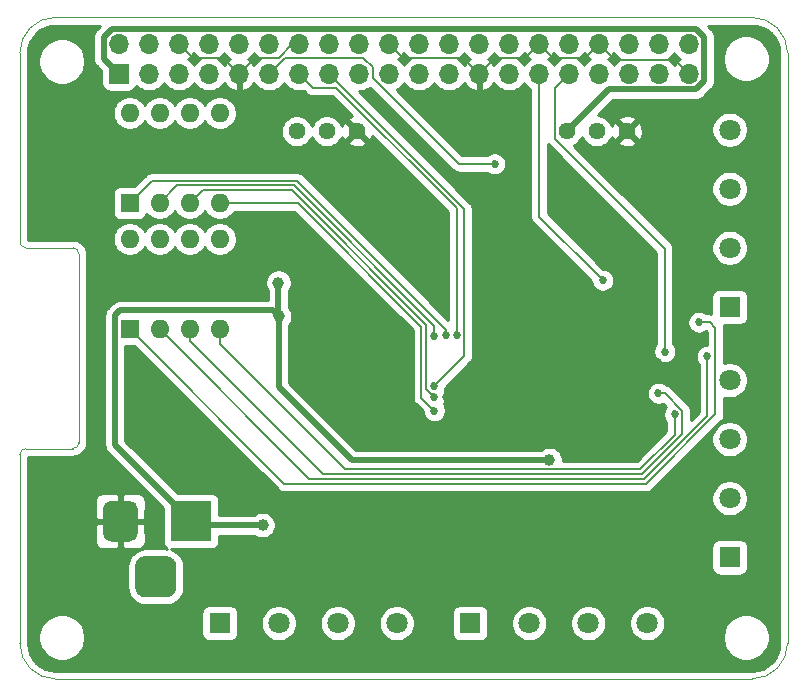
<source format=gbl>
G04 #@! TF.GenerationSoftware,KiCad,Pcbnew,(5.1.6)-1*
G04 #@! TF.CreationDate,2020-10-08T21:16:19-06:00*
G04 #@! TF.ProjectId,raspi-quad-stepper-motor-module,72617370-692d-4717-9561-642d73746570,A*
G04 #@! TF.SameCoordinates,Original*
G04 #@! TF.FileFunction,Copper,L2,Bot*
G04 #@! TF.FilePolarity,Positive*
%FSLAX46Y46*%
G04 Gerber Fmt 4.6, Leading zero omitted, Abs format (unit mm)*
G04 Created by KiCad (PCBNEW (5.1.6)-1) date 2020-10-08 21:16:19*
%MOMM*%
%LPD*%
G01*
G04 APERTURE LIST*
G04 #@! TA.AperFunction,Profile*
%ADD10C,0.100000*%
G04 #@! TD*
G04 #@! TA.AperFunction,ComponentPad*
%ADD11C,1.440000*%
G04 #@! TD*
G04 #@! TA.AperFunction,ComponentPad*
%ADD12O,1.600000X1.600000*%
G04 #@! TD*
G04 #@! TA.AperFunction,ComponentPad*
%ADD13R,1.600000X1.600000*%
G04 #@! TD*
G04 #@! TA.AperFunction,ComponentPad*
%ADD14C,1.800000*%
G04 #@! TD*
G04 #@! TA.AperFunction,ComponentPad*
%ADD15R,1.800000X1.800000*%
G04 #@! TD*
G04 #@! TA.AperFunction,ComponentPad*
%ADD16R,3.500000X3.500000*%
G04 #@! TD*
G04 #@! TA.AperFunction,ComponentPad*
%ADD17O,1.700000X1.700000*%
G04 #@! TD*
G04 #@! TA.AperFunction,ComponentPad*
%ADD18R,1.700000X1.700000*%
G04 #@! TD*
G04 #@! TA.AperFunction,ViaPad*
%ADD19C,0.685800*%
G04 #@! TD*
G04 #@! TA.AperFunction,ViaPad*
%ADD20C,1.000000*%
G04 #@! TD*
G04 #@! TA.AperFunction,Conductor*
%ADD21C,0.200000*%
G04 #@! TD*
G04 #@! TA.AperFunction,Conductor*
%ADD22C,0.500000*%
G04 #@! TD*
G04 #@! TA.AperFunction,Conductor*
%ADD23C,0.254000*%
G04 #@! TD*
G04 APERTURE END LIST*
D10*
X105600000Y-93000000D02*
G75*
G03*
X105100000Y-92500000I-500000J0D01*
G01*
X105100000Y-92500000D02*
X101100000Y-92500000D01*
X101099127Y-109500001D02*
G75*
G03*
X100600000Y-110000000I873J-499999D01*
G01*
X105100000Y-109500000D02*
G75*
G03*
X105600000Y-109000000I0J500000D01*
G01*
X100600000Y-92000000D02*
G75*
G03*
X101100000Y-92500000I500000J0D01*
G01*
X100600000Y-76000000D02*
X100600000Y-92000000D01*
X165600000Y-76000000D02*
G75*
G03*
X162600000Y-73000000I-3000000J0D01*
G01*
X162600000Y-129000000D02*
G75*
G03*
X165600000Y-126000000I0J3000000D01*
G01*
X100600000Y-126000000D02*
G75*
G03*
X103600000Y-129000000I3000000J0D01*
G01*
X103600000Y-73000000D02*
G75*
G03*
X100600000Y-76000000I0J-3000000D01*
G01*
X162600000Y-73000000D02*
X103600000Y-73000000D01*
X105100000Y-109500000D02*
X101100000Y-109500000D01*
X105600000Y-93000000D02*
X105600000Y-109000000D01*
X165600000Y-126000000D02*
X165600000Y-76000000D01*
X103600000Y-129000000D02*
X162600000Y-129000000D01*
X100600000Y-110000000D02*
X100600000Y-126000000D01*
D11*
X151992000Y-82632000D03*
X149452000Y-82632000D03*
X146912000Y-82632000D03*
X129132000Y-82632000D03*
X126592000Y-82632000D03*
X124052000Y-82632000D03*
D12*
X109896000Y-91776000D03*
X117516000Y-99396000D03*
X112436000Y-91776000D03*
X114976000Y-99396000D03*
X114976000Y-91776000D03*
X112436000Y-99396000D03*
X117516000Y-91776000D03*
D13*
X109896000Y-99396000D03*
D12*
X109896000Y-81108000D03*
X117516000Y-88728000D03*
X112436000Y-81108000D03*
X114976000Y-88728000D03*
X114976000Y-81108000D03*
X112436000Y-88728000D03*
X117516000Y-81108000D03*
D13*
X109896000Y-88728000D03*
D14*
X160696000Y-103714000D03*
X160696000Y-108714000D03*
X160696000Y-113714000D03*
D15*
X160696000Y-118714000D03*
D14*
X160696000Y-82505000D03*
X160696000Y-87505000D03*
X160696000Y-92505000D03*
D15*
X160696000Y-97505000D03*
D14*
X132516000Y-124288000D03*
X127516000Y-124288000D03*
X122516000Y-124288000D03*
D15*
X117516000Y-124288000D03*
D14*
X153725000Y-124288000D03*
X148725000Y-124288000D03*
X143725000Y-124288000D03*
D15*
X138725000Y-124288000D03*
G04 #@! TA.AperFunction,ComponentPad*
G36*
G01*
X110353000Y-121227000D02*
X110353000Y-119477000D01*
G75*
G02*
X111228000Y-118602000I875000J0D01*
G01*
X112978000Y-118602000D01*
G75*
G02*
X113853000Y-119477000I0J-875000D01*
G01*
X113853000Y-121227000D01*
G75*
G02*
X112978000Y-122102000I-875000J0D01*
G01*
X111228000Y-122102000D01*
G75*
G02*
X110353000Y-121227000I0J875000D01*
G01*
G37*
G04 #@! TD.AperFunction*
G04 #@! TA.AperFunction,ComponentPad*
G36*
G01*
X107603000Y-116652000D02*
X107603000Y-114652000D01*
G75*
G02*
X108353000Y-113902000I750000J0D01*
G01*
X109853000Y-113902000D01*
G75*
G02*
X110603000Y-114652000I0J-750000D01*
G01*
X110603000Y-116652000D01*
G75*
G02*
X109853000Y-117402000I-750000J0D01*
G01*
X108353000Y-117402000D01*
G75*
G02*
X107603000Y-116652000I0J750000D01*
G01*
G37*
G04 #@! TD.AperFunction*
D16*
X115103000Y-115652000D03*
D17*
X157260000Y-75244800D03*
X157260000Y-77784800D03*
X154720000Y-75244800D03*
X154720000Y-77784800D03*
X152180000Y-75244800D03*
X152180000Y-77784800D03*
X149640000Y-75244800D03*
X149640000Y-77784800D03*
X147100000Y-75244800D03*
X147100000Y-77784800D03*
X144560000Y-75244800D03*
X144560000Y-77784800D03*
X142020000Y-75244800D03*
X142020000Y-77784800D03*
X139480000Y-75244800D03*
X139480000Y-77784800D03*
X136940000Y-75244800D03*
X136940000Y-77784800D03*
X134400000Y-75244800D03*
X134400000Y-77784800D03*
X131860000Y-75244800D03*
X131860000Y-77784800D03*
X129320000Y-75244800D03*
X129320000Y-77784800D03*
X126780000Y-75244800D03*
X126780000Y-77784800D03*
X124240000Y-75244800D03*
X124240000Y-77784800D03*
X121700000Y-75244800D03*
X121700000Y-77784800D03*
X119160000Y-75244800D03*
X119160000Y-77784800D03*
X116620000Y-75244800D03*
X116620000Y-77784800D03*
X114080000Y-75244800D03*
X114080000Y-77784800D03*
X111540000Y-75244800D03*
X111540000Y-77784800D03*
X109000000Y-75244800D03*
D18*
X109000000Y-77784800D03*
D19*
X150688400Y-97287800D03*
X149393000Y-101478800D03*
X150688400Y-101478800D03*
X149393000Y-105517400D03*
X148072200Y-106812800D03*
X149393000Y-102698000D03*
X149393000Y-106812800D03*
X150688400Y-108108200D03*
X149393000Y-108108200D03*
X150688400Y-103968000D03*
X150688400Y-102672600D03*
X148072200Y-99878600D03*
X150688400Y-105517400D03*
X148072200Y-102698000D03*
X150688400Y-106812800D03*
X149393000Y-97287800D03*
X150688400Y-99878600D03*
X149393000Y-98583200D03*
X148072200Y-98583200D03*
X148072200Y-97287800D03*
X148072200Y-103968000D03*
X148072200Y-105517400D03*
X149393000Y-103968000D03*
X148072200Y-108108200D03*
X148072200Y-101478800D03*
X149393000Y-99878600D03*
X150688400Y-98583200D03*
X131282800Y-97313200D03*
X131282800Y-98608600D03*
X128666600Y-99904000D03*
X131282800Y-99904000D03*
X129987400Y-101504200D03*
X129987400Y-98608600D03*
X128666600Y-101504200D03*
X131282800Y-101504200D03*
X128666600Y-98608600D03*
X129987400Y-99904000D03*
X129987400Y-97313200D03*
X128666600Y-97313200D03*
X131282800Y-106838200D03*
X131282800Y-103993400D03*
X129987400Y-105542800D03*
X128666600Y-103993400D03*
X128666600Y-105542800D03*
X131282800Y-105542800D03*
X129987400Y-103993400D03*
X128666600Y-106838200D03*
X129987400Y-102723400D03*
X128666600Y-102723400D03*
X129987400Y-106838200D03*
X131282800Y-102698000D03*
X131282800Y-108133600D03*
X128666600Y-108133600D03*
X129987400Y-108133600D03*
X107559200Y-126802600D03*
X144186000Y-114204200D03*
X125136000Y-114204200D03*
X124551800Y-103510800D03*
X143805000Y-103510800D03*
X152800000Y-115000000D03*
X134500000Y-115300000D03*
X143200000Y-91700000D03*
X125500000Y-91700000D03*
X158500000Y-82200000D03*
X154600000Y-102200000D03*
X135700000Y-91400000D03*
X136657090Y-105100000D03*
D20*
X145430600Y-110470400D03*
X122545200Y-98303800D03*
X121148200Y-115982200D03*
X122494400Y-95459000D03*
D19*
X155200000Y-101300000D03*
X149943647Y-95243647D03*
X135700000Y-104200000D03*
X137601398Y-99898602D03*
X140800000Y-85400000D03*
X136685493Y-99923755D03*
X135650038Y-99950012D03*
X135700000Y-105118900D03*
X135700000Y-106300000D03*
X158100000Y-98800000D03*
X158800000Y-101700000D03*
X154674158Y-104823700D03*
X156047800Y-106617500D03*
D21*
X138090001Y-76394801D02*
X139480000Y-77784800D01*
X133010001Y-76394801D02*
X138090001Y-76394801D01*
X131860000Y-75244800D02*
X133010001Y-76394801D01*
X143409999Y-76394801D02*
X144560000Y-75244800D01*
X140869999Y-76394801D02*
X143409999Y-76394801D01*
X139480000Y-77784800D02*
X140869999Y-76394801D01*
X151029999Y-76634799D02*
X149640000Y-75244800D01*
X156109999Y-76634799D02*
X151029999Y-76634799D01*
X157260000Y-77784800D02*
X156109999Y-76634799D01*
X115230001Y-76394801D02*
X114080000Y-75244800D01*
X117770001Y-76394801D02*
X115230001Y-76394801D01*
X119160000Y-77784800D02*
X117770001Y-76394801D01*
X148489999Y-76394801D02*
X149640000Y-75244800D01*
X145710001Y-76394801D02*
X148489999Y-76394801D01*
X144560000Y-75244800D02*
X145710001Y-76394801D01*
X123674302Y-75244800D02*
X124240000Y-75244800D01*
X122510102Y-76409000D02*
X123674302Y-75244800D01*
X120535800Y-76409000D02*
X122510102Y-76409000D01*
X119160000Y-77784800D02*
X120535800Y-76409000D01*
D22*
X107699999Y-74620799D02*
X107699999Y-76484799D01*
X108375999Y-73944799D02*
X107699999Y-74620799D01*
X158560001Y-78408801D02*
X158560001Y-74620799D01*
X157884001Y-79084801D02*
X158560001Y-78408801D01*
X107699999Y-76484799D02*
X109000000Y-77784800D01*
X157884001Y-73944799D02*
X108375999Y-73944799D01*
X158560001Y-74620799D02*
X157884001Y-73944799D01*
X150459199Y-79084801D02*
X157884001Y-79084801D01*
X146912000Y-82632000D02*
X150459199Y-79084801D01*
X108645999Y-109194999D02*
X115103000Y-115652000D01*
X108645999Y-98235999D02*
X108645999Y-109194999D01*
X122045201Y-97803801D02*
X109078197Y-97803801D01*
X109078197Y-97803801D02*
X108645999Y-98235999D01*
X122545200Y-98303800D02*
X122045201Y-97803801D01*
X115433200Y-115982200D02*
X115103000Y-115652000D01*
X121148200Y-115982200D02*
X115433200Y-115982200D01*
X122494400Y-98253000D02*
X122545200Y-98303800D01*
X122494400Y-95459000D02*
X122494400Y-98253000D01*
X122545200Y-103185694D02*
X122545200Y-98303800D01*
X122545200Y-104323600D02*
X128692000Y-110470400D01*
X122545200Y-103764800D02*
X122545200Y-104323600D01*
X122545200Y-103764800D02*
X122545200Y-103185694D01*
X145430600Y-110470400D02*
X128692000Y-110470400D01*
D21*
X147550494Y-78235294D02*
X147100000Y-77784800D01*
X155200000Y-92600000D02*
X145891999Y-83291999D01*
X155200000Y-101300000D02*
X155200000Y-92600000D01*
X145891999Y-78992801D02*
X147100000Y-77784800D01*
X145891999Y-83291999D02*
X145891999Y-78992801D01*
X144560000Y-89860000D02*
X144560000Y-77784800D01*
X149700000Y-95000000D02*
X149943647Y-95243647D01*
X149700000Y-95000000D02*
X144560000Y-89860000D01*
X127172001Y-78176801D02*
X126780000Y-77784800D01*
X138244299Y-101655701D02*
X135700000Y-104200000D01*
X126780000Y-77784800D02*
X138244299Y-89249099D01*
X138244299Y-89249099D02*
X138244299Y-101655701D01*
X125390001Y-78934801D02*
X127364303Y-78934801D01*
X124240000Y-77784800D02*
X125390001Y-78934801D01*
X137601398Y-89171896D02*
X137601398Y-99898602D01*
X127364303Y-78934801D02*
X137601398Y-89171896D01*
X121700000Y-77784800D02*
X123089999Y-76394801D01*
X130470001Y-77232799D02*
X130470001Y-78096803D01*
X129632003Y-76394801D02*
X130470001Y-77232799D01*
X123089999Y-76394801D02*
X129632003Y-76394801D01*
X137773198Y-85400000D02*
X130470001Y-78096803D01*
X140800000Y-85400000D02*
X137773198Y-85400000D01*
X136685493Y-99438822D02*
X136685493Y-99923755D01*
X109896000Y-88728000D02*
X111796021Y-86827979D01*
X111796021Y-86827979D02*
X124074650Y-86827979D01*
X124074650Y-86827979D02*
X136685493Y-99438822D01*
X123774593Y-87227989D02*
X135650038Y-99103434D01*
X112436000Y-88728000D02*
X113936011Y-87227989D01*
X135650038Y-99103434D02*
X135650038Y-99950012D01*
X113936011Y-87227989D02*
X123774593Y-87227989D01*
X116076000Y-87628000D02*
X114976000Y-88728000D01*
X135007087Y-99026183D02*
X123608904Y-87628000D01*
X135700000Y-105118900D02*
X135007087Y-104425987D01*
X123608904Y-87628000D02*
X116076000Y-87628000D01*
X135007087Y-104425987D02*
X135007087Y-99026183D01*
X123859370Y-88728000D02*
X117516000Y-88728000D01*
X124143206Y-88728000D02*
X123859370Y-88728000D01*
X134607087Y-99191881D02*
X124143206Y-88728000D01*
X135700000Y-106300000D02*
X134607087Y-105207087D01*
X134607087Y-105207087D02*
X134607087Y-99191881D01*
X122970431Y-112470431D02*
X109896000Y-99396000D01*
X158100000Y-98800000D02*
X159000000Y-98800000D01*
X159000000Y-98800000D02*
X159495999Y-99295999D01*
X153636666Y-112470431D02*
X122970431Y-112470431D01*
X159495999Y-106611098D02*
X153636666Y-112470431D01*
X159495999Y-99295999D02*
X159495999Y-106611098D01*
X153470977Y-112070421D02*
X125110421Y-112070421D01*
X125110421Y-112070421D02*
X112436000Y-99396000D01*
X158800000Y-101700000D02*
X158800000Y-106741399D01*
X158800000Y-106741399D02*
X153470977Y-112070421D01*
X114976000Y-100361200D02*
X114976000Y-99396000D01*
X126285211Y-111670411D02*
X114976000Y-100361200D01*
X153305288Y-111670411D02*
X126285211Y-111670411D01*
X156690701Y-108284998D02*
X153305288Y-111670411D01*
X156690701Y-107109299D02*
X156690701Y-108284998D01*
X155205494Y-104823700D02*
X156690701Y-106308907D01*
X154674158Y-104823700D02*
X155205494Y-104823700D01*
X156690701Y-106308907D02*
X156690701Y-106990701D01*
X156690701Y-106990701D02*
X156690701Y-107109299D01*
X153139599Y-111270401D02*
X156047800Y-108362200D01*
X128171201Y-111270401D02*
X153139599Y-111270401D01*
X117516000Y-99396000D02*
X117516000Y-100615200D01*
X156047800Y-108362200D02*
X156047800Y-106617500D01*
X117516000Y-100615200D02*
X128171201Y-111270401D01*
D23*
G36*
X107104955Y-73964265D02*
G01*
X107071182Y-73991982D01*
X106960588Y-74126741D01*
X106878410Y-74280487D01*
X106853245Y-74363445D01*
X106827805Y-74447308D01*
X106827804Y-74447310D01*
X106814999Y-74577323D01*
X106814999Y-74577330D01*
X106810718Y-74620799D01*
X106814999Y-74664268D01*
X106815000Y-76441320D01*
X106810718Y-76484799D01*
X106827804Y-76658289D01*
X106878411Y-76825112D01*
X106960589Y-76978858D01*
X107043467Y-77079845D01*
X107043470Y-77079848D01*
X107071183Y-77113616D01*
X107104950Y-77141328D01*
X107511928Y-77548306D01*
X107511928Y-78634800D01*
X107524188Y-78759282D01*
X107560498Y-78878980D01*
X107619463Y-78989294D01*
X107698815Y-79085985D01*
X107795506Y-79165337D01*
X107905820Y-79224302D01*
X108025518Y-79260612D01*
X108150000Y-79272872D01*
X109850000Y-79272872D01*
X109974482Y-79260612D01*
X110094180Y-79224302D01*
X110204494Y-79165337D01*
X110301185Y-79085985D01*
X110380537Y-78989294D01*
X110439502Y-78878980D01*
X110461513Y-78806420D01*
X110593368Y-78938275D01*
X110836589Y-79100790D01*
X111106842Y-79212732D01*
X111393740Y-79269800D01*
X111686260Y-79269800D01*
X111973158Y-79212732D01*
X112243411Y-79100790D01*
X112486632Y-78938275D01*
X112693475Y-78731432D01*
X112810000Y-78557040D01*
X112926525Y-78731432D01*
X113133368Y-78938275D01*
X113376589Y-79100790D01*
X113646842Y-79212732D01*
X113933740Y-79269800D01*
X114226260Y-79269800D01*
X114513158Y-79212732D01*
X114783411Y-79100790D01*
X115026632Y-78938275D01*
X115233475Y-78731432D01*
X115350000Y-78557040D01*
X115466525Y-78731432D01*
X115673368Y-78938275D01*
X115916589Y-79100790D01*
X116186842Y-79212732D01*
X116473740Y-79269800D01*
X116766260Y-79269800D01*
X117053158Y-79212732D01*
X117323411Y-79100790D01*
X117566632Y-78938275D01*
X117773475Y-78731432D01*
X117895195Y-78549266D01*
X117964822Y-78666155D01*
X118159731Y-78882388D01*
X118393080Y-79056441D01*
X118655901Y-79181625D01*
X118803110Y-79226276D01*
X119033000Y-79104955D01*
X119033000Y-77911800D01*
X119013000Y-77911800D01*
X119013000Y-77657800D01*
X119033000Y-77657800D01*
X119033000Y-77637800D01*
X119287000Y-77637800D01*
X119287000Y-77657800D01*
X119307000Y-77657800D01*
X119307000Y-77911800D01*
X119287000Y-77911800D01*
X119287000Y-79104955D01*
X119516890Y-79226276D01*
X119664099Y-79181625D01*
X119926920Y-79056441D01*
X120160269Y-78882388D01*
X120355178Y-78666155D01*
X120424805Y-78549266D01*
X120546525Y-78731432D01*
X120753368Y-78938275D01*
X120996589Y-79100790D01*
X121266842Y-79212732D01*
X121553740Y-79269800D01*
X121846260Y-79269800D01*
X122133158Y-79212732D01*
X122403411Y-79100790D01*
X122646632Y-78938275D01*
X122853475Y-78731432D01*
X122970000Y-78557040D01*
X123086525Y-78731432D01*
X123293368Y-78938275D01*
X123536589Y-79100790D01*
X123806842Y-79212732D01*
X124093740Y-79269800D01*
X124386260Y-79269800D01*
X124635897Y-79220144D01*
X124844747Y-79428994D01*
X124867763Y-79457039D01*
X124979681Y-79548888D01*
X125107368Y-79617138D01*
X125203887Y-79646417D01*
X125245915Y-79659166D01*
X125390000Y-79673357D01*
X125426105Y-79669801D01*
X127059857Y-79669801D01*
X128727388Y-81337333D01*
X128543647Y-81404125D01*
X128437932Y-81460632D01*
X128376045Y-81696440D01*
X129132000Y-82452395D01*
X129146143Y-82438253D01*
X129325748Y-82617858D01*
X129311605Y-82632000D01*
X130067560Y-83387955D01*
X130303368Y-83326068D01*
X130416266Y-83084210D01*
X130427684Y-83037629D01*
X136866398Y-89476343D01*
X136866399Y-98580281D01*
X124619909Y-86333792D01*
X124596888Y-86305741D01*
X124484970Y-86213892D01*
X124357283Y-86145642D01*
X124218735Y-86103614D01*
X124110755Y-86092979D01*
X124074650Y-86089423D01*
X124038545Y-86092979D01*
X111832115Y-86092979D01*
X111796020Y-86089424D01*
X111759925Y-86092979D01*
X111759916Y-86092979D01*
X111651936Y-86103614D01*
X111513388Y-86145642D01*
X111385701Y-86213892D01*
X111273783Y-86305741D01*
X111250767Y-86333786D01*
X110294626Y-87289928D01*
X109096000Y-87289928D01*
X108971518Y-87302188D01*
X108851820Y-87338498D01*
X108741506Y-87397463D01*
X108644815Y-87476815D01*
X108565463Y-87573506D01*
X108506498Y-87683820D01*
X108470188Y-87803518D01*
X108457928Y-87928000D01*
X108457928Y-89528000D01*
X108470188Y-89652482D01*
X108506498Y-89772180D01*
X108565463Y-89882494D01*
X108644815Y-89979185D01*
X108741506Y-90058537D01*
X108851820Y-90117502D01*
X108971518Y-90153812D01*
X109096000Y-90166072D01*
X110696000Y-90166072D01*
X110820482Y-90153812D01*
X110940180Y-90117502D01*
X111050494Y-90058537D01*
X111147185Y-89979185D01*
X111226537Y-89882494D01*
X111285502Y-89772180D01*
X111321812Y-89652482D01*
X111322643Y-89644039D01*
X111521241Y-89842637D01*
X111756273Y-89999680D01*
X112017426Y-90107853D01*
X112294665Y-90163000D01*
X112577335Y-90163000D01*
X112854574Y-90107853D01*
X113115727Y-89999680D01*
X113350759Y-89842637D01*
X113550637Y-89642759D01*
X113706000Y-89410241D01*
X113861363Y-89642759D01*
X114061241Y-89842637D01*
X114296273Y-89999680D01*
X114557426Y-90107853D01*
X114834665Y-90163000D01*
X115117335Y-90163000D01*
X115394574Y-90107853D01*
X115655727Y-89999680D01*
X115890759Y-89842637D01*
X116090637Y-89642759D01*
X116246000Y-89410241D01*
X116401363Y-89642759D01*
X116601241Y-89842637D01*
X116836273Y-89999680D01*
X117097426Y-90107853D01*
X117374665Y-90163000D01*
X117657335Y-90163000D01*
X117934574Y-90107853D01*
X118195727Y-89999680D01*
X118430759Y-89842637D01*
X118630637Y-89642759D01*
X118750748Y-89463000D01*
X123838760Y-89463000D01*
X133872088Y-99496329D01*
X133872087Y-105170982D01*
X133868531Y-105207087D01*
X133876393Y-105286910D01*
X133882722Y-105351171D01*
X133924750Y-105489719D01*
X133993000Y-105617406D01*
X134084849Y-105729324D01*
X134112895Y-105752341D01*
X134722100Y-106361547D01*
X134722100Y-106396315D01*
X134759680Y-106585243D01*
X134833396Y-106763210D01*
X134940415Y-106923375D01*
X135076625Y-107059585D01*
X135236790Y-107166604D01*
X135414757Y-107240320D01*
X135603685Y-107277900D01*
X135796315Y-107277900D01*
X135985243Y-107240320D01*
X136163210Y-107166604D01*
X136323375Y-107059585D01*
X136459585Y-106923375D01*
X136566604Y-106763210D01*
X136640320Y-106585243D01*
X136677900Y-106396315D01*
X136677900Y-106203685D01*
X136640320Y-106014757D01*
X136566604Y-105836790D01*
X136481518Y-105709450D01*
X136566604Y-105582110D01*
X136640320Y-105404143D01*
X136677900Y-105215215D01*
X136677900Y-105022585D01*
X136640320Y-104833657D01*
X136568161Y-104659450D01*
X136640320Y-104485243D01*
X136677900Y-104296315D01*
X136677900Y-104261546D01*
X138738492Y-102200955D01*
X138766537Y-102177939D01*
X138858386Y-102066021D01*
X138926636Y-101938334D01*
X138968664Y-101799786D01*
X138979299Y-101691806D01*
X138979299Y-101691799D01*
X138982854Y-101655702D01*
X138979299Y-101619605D01*
X138979299Y-89285195D01*
X138982854Y-89249098D01*
X138979299Y-89213001D01*
X138979299Y-89212994D01*
X138968664Y-89105014D01*
X138926636Y-88966466D01*
X138858386Y-88838779D01*
X138841813Y-88818586D01*
X138789552Y-88754905D01*
X138789549Y-88754902D01*
X138766536Y-88726861D01*
X138738497Y-88703850D01*
X129304446Y-79269800D01*
X129466260Y-79269800D01*
X129753158Y-79212732D01*
X130023411Y-79100790D01*
X130266632Y-78938275D01*
X130269329Y-78935578D01*
X137227944Y-85894193D01*
X137250960Y-85922238D01*
X137362878Y-86014087D01*
X137490565Y-86082337D01*
X137629113Y-86124365D01*
X137737093Y-86135000D01*
X137737102Y-86135000D01*
X137773197Y-86138555D01*
X137809292Y-86135000D01*
X140152040Y-86135000D01*
X140176625Y-86159585D01*
X140336790Y-86266604D01*
X140514757Y-86340320D01*
X140703685Y-86377900D01*
X140896315Y-86377900D01*
X141085243Y-86340320D01*
X141263210Y-86266604D01*
X141423375Y-86159585D01*
X141559585Y-86023375D01*
X141666604Y-85863210D01*
X141740320Y-85685243D01*
X141777900Y-85496315D01*
X141777900Y-85303685D01*
X141740320Y-85114757D01*
X141666604Y-84936790D01*
X141559585Y-84776625D01*
X141423375Y-84640415D01*
X141263210Y-84533396D01*
X141085243Y-84459680D01*
X140896315Y-84422100D01*
X140703685Y-84422100D01*
X140514757Y-84459680D01*
X140336790Y-84533396D01*
X140176625Y-84640415D01*
X140152040Y-84665000D01*
X138077645Y-84665000D01*
X132528072Y-79115428D01*
X132563411Y-79100790D01*
X132806632Y-78938275D01*
X133013475Y-78731432D01*
X133130000Y-78557040D01*
X133246525Y-78731432D01*
X133453368Y-78938275D01*
X133696589Y-79100790D01*
X133966842Y-79212732D01*
X134253740Y-79269800D01*
X134546260Y-79269800D01*
X134833158Y-79212732D01*
X135103411Y-79100790D01*
X135346632Y-78938275D01*
X135553475Y-78731432D01*
X135670000Y-78557040D01*
X135786525Y-78731432D01*
X135993368Y-78938275D01*
X136236589Y-79100790D01*
X136506842Y-79212732D01*
X136793740Y-79269800D01*
X137086260Y-79269800D01*
X137373158Y-79212732D01*
X137643411Y-79100790D01*
X137886632Y-78938275D01*
X138093475Y-78731432D01*
X138215195Y-78549266D01*
X138284822Y-78666155D01*
X138479731Y-78882388D01*
X138713080Y-79056441D01*
X138975901Y-79181625D01*
X139123110Y-79226276D01*
X139353000Y-79104955D01*
X139353000Y-77911800D01*
X139333000Y-77911800D01*
X139333000Y-77657800D01*
X139353000Y-77657800D01*
X139353000Y-77637800D01*
X139607000Y-77637800D01*
X139607000Y-77657800D01*
X139627000Y-77657800D01*
X139627000Y-77911800D01*
X139607000Y-77911800D01*
X139607000Y-79104955D01*
X139836890Y-79226276D01*
X139984099Y-79181625D01*
X140246920Y-79056441D01*
X140480269Y-78882388D01*
X140675178Y-78666155D01*
X140744805Y-78549266D01*
X140866525Y-78731432D01*
X141073368Y-78938275D01*
X141316589Y-79100790D01*
X141586842Y-79212732D01*
X141873740Y-79269800D01*
X142166260Y-79269800D01*
X142453158Y-79212732D01*
X142723411Y-79100790D01*
X142966632Y-78938275D01*
X143173475Y-78731432D01*
X143290000Y-78557040D01*
X143406525Y-78731432D01*
X143613368Y-78938275D01*
X143825001Y-79079684D01*
X143825000Y-89823895D01*
X143821444Y-89860000D01*
X143825000Y-89896104D01*
X143835635Y-90004084D01*
X143877663Y-90142632D01*
X143945913Y-90270319D01*
X144037762Y-90382237D01*
X144065808Y-90405254D01*
X148965747Y-95305194D01*
X148965747Y-95339962D01*
X149003327Y-95528890D01*
X149077043Y-95706857D01*
X149184062Y-95867022D01*
X149320272Y-96003232D01*
X149480437Y-96110251D01*
X149658404Y-96183967D01*
X149847332Y-96221547D01*
X150039962Y-96221547D01*
X150228890Y-96183967D01*
X150406857Y-96110251D01*
X150567022Y-96003232D01*
X150703232Y-95867022D01*
X150810251Y-95706857D01*
X150883967Y-95528890D01*
X150921547Y-95339962D01*
X150921547Y-95147332D01*
X150883967Y-94958404D01*
X150810251Y-94780437D01*
X150703232Y-94620272D01*
X150567022Y-94484062D01*
X150406857Y-94377043D01*
X150228890Y-94303327D01*
X150039962Y-94265747D01*
X150005194Y-94265747D01*
X145295000Y-89555554D01*
X145295000Y-83723140D01*
X145369761Y-83814236D01*
X145397807Y-83837253D01*
X154465001Y-92904448D01*
X154465000Y-100652040D01*
X154440415Y-100676625D01*
X154333396Y-100836790D01*
X154259680Y-101014757D01*
X154222100Y-101203685D01*
X154222100Y-101396315D01*
X154259680Y-101585243D01*
X154333396Y-101763210D01*
X154440415Y-101923375D01*
X154576625Y-102059585D01*
X154736790Y-102166604D01*
X154914757Y-102240320D01*
X155103685Y-102277900D01*
X155296315Y-102277900D01*
X155485243Y-102240320D01*
X155663210Y-102166604D01*
X155823375Y-102059585D01*
X155959585Y-101923375D01*
X156066604Y-101763210D01*
X156140320Y-101585243D01*
X156177900Y-101396315D01*
X156177900Y-101203685D01*
X156140320Y-101014757D01*
X156066604Y-100836790D01*
X155959585Y-100676625D01*
X155935000Y-100652040D01*
X155935000Y-92636094D01*
X155938555Y-92599999D01*
X155935000Y-92563904D01*
X155935000Y-92563895D01*
X155924365Y-92455915D01*
X155893394Y-92353816D01*
X159161000Y-92353816D01*
X159161000Y-92656184D01*
X159219989Y-92952743D01*
X159335701Y-93232095D01*
X159503688Y-93483505D01*
X159717495Y-93697312D01*
X159968905Y-93865299D01*
X160248257Y-93981011D01*
X160544816Y-94040000D01*
X160847184Y-94040000D01*
X161143743Y-93981011D01*
X161423095Y-93865299D01*
X161674505Y-93697312D01*
X161888312Y-93483505D01*
X162056299Y-93232095D01*
X162172011Y-92952743D01*
X162231000Y-92656184D01*
X162231000Y-92353816D01*
X162172011Y-92057257D01*
X162056299Y-91777905D01*
X161888312Y-91526495D01*
X161674505Y-91312688D01*
X161423095Y-91144701D01*
X161143743Y-91028989D01*
X160847184Y-90970000D01*
X160544816Y-90970000D01*
X160248257Y-91028989D01*
X159968905Y-91144701D01*
X159717495Y-91312688D01*
X159503688Y-91526495D01*
X159335701Y-91777905D01*
X159219989Y-92057257D01*
X159161000Y-92353816D01*
X155893394Y-92353816D01*
X155882337Y-92317367D01*
X155814087Y-92189680D01*
X155722238Y-92077762D01*
X155694193Y-92054746D01*
X150993263Y-87353816D01*
X159161000Y-87353816D01*
X159161000Y-87656184D01*
X159219989Y-87952743D01*
X159335701Y-88232095D01*
X159503688Y-88483505D01*
X159717495Y-88697312D01*
X159968905Y-88865299D01*
X160248257Y-88981011D01*
X160544816Y-89040000D01*
X160847184Y-89040000D01*
X161143743Y-88981011D01*
X161423095Y-88865299D01*
X161674505Y-88697312D01*
X161888312Y-88483505D01*
X162056299Y-88232095D01*
X162172011Y-87952743D01*
X162231000Y-87656184D01*
X162231000Y-87353816D01*
X162172011Y-87057257D01*
X162056299Y-86777905D01*
X161888312Y-86526495D01*
X161674505Y-86312688D01*
X161423095Y-86144701D01*
X161143743Y-86028989D01*
X160847184Y-85970000D01*
X160544816Y-85970000D01*
X160248257Y-86028989D01*
X159968905Y-86144701D01*
X159717495Y-86312688D01*
X159503688Y-86526495D01*
X159335701Y-86777905D01*
X159219989Y-87057257D01*
X159161000Y-87353816D01*
X150993263Y-87353816D01*
X147496132Y-83856686D01*
X147553833Y-83832785D01*
X147775762Y-83684497D01*
X147964497Y-83495762D01*
X148112785Y-83273833D01*
X148182000Y-83106734D01*
X148251215Y-83273833D01*
X148399503Y-83495762D01*
X148588238Y-83684497D01*
X148810167Y-83832785D01*
X149056761Y-83934928D01*
X149318544Y-83987000D01*
X149585456Y-83987000D01*
X149847239Y-83934928D01*
X150093833Y-83832785D01*
X150315762Y-83684497D01*
X150432699Y-83567560D01*
X151236045Y-83567560D01*
X151297932Y-83803368D01*
X151539790Y-83916266D01*
X151799027Y-83979811D01*
X152065680Y-83991561D01*
X152329501Y-83951063D01*
X152580353Y-83859875D01*
X152686068Y-83803368D01*
X152747955Y-83567560D01*
X151992000Y-82811605D01*
X151236045Y-83567560D01*
X150432699Y-83567560D01*
X150504497Y-83495762D01*
X150652785Y-83273833D01*
X150722438Y-83105676D01*
X150764125Y-83220353D01*
X150820632Y-83326068D01*
X151056440Y-83387955D01*
X151812395Y-82632000D01*
X152171605Y-82632000D01*
X152927560Y-83387955D01*
X153163368Y-83326068D01*
X153276266Y-83084210D01*
X153339811Y-82824973D01*
X153351561Y-82558320D01*
X153320169Y-82353816D01*
X159161000Y-82353816D01*
X159161000Y-82656184D01*
X159219989Y-82952743D01*
X159335701Y-83232095D01*
X159503688Y-83483505D01*
X159717495Y-83697312D01*
X159968905Y-83865299D01*
X160248257Y-83981011D01*
X160544816Y-84040000D01*
X160847184Y-84040000D01*
X161143743Y-83981011D01*
X161423095Y-83865299D01*
X161674505Y-83697312D01*
X161888312Y-83483505D01*
X162056299Y-83232095D01*
X162172011Y-82952743D01*
X162231000Y-82656184D01*
X162231000Y-82353816D01*
X162172011Y-82057257D01*
X162056299Y-81777905D01*
X161888312Y-81526495D01*
X161674505Y-81312688D01*
X161423095Y-81144701D01*
X161143743Y-81028989D01*
X160847184Y-80970000D01*
X160544816Y-80970000D01*
X160248257Y-81028989D01*
X159968905Y-81144701D01*
X159717495Y-81312688D01*
X159503688Y-81526495D01*
X159335701Y-81777905D01*
X159219989Y-82057257D01*
X159161000Y-82353816D01*
X153320169Y-82353816D01*
X153311063Y-82294499D01*
X153219875Y-82043647D01*
X153163368Y-81937932D01*
X152927560Y-81876045D01*
X152171605Y-82632000D01*
X151812395Y-82632000D01*
X151056440Y-81876045D01*
X150820632Y-81937932D01*
X150720236Y-82153007D01*
X150652785Y-81990167D01*
X150504497Y-81768238D01*
X150432699Y-81696440D01*
X151236045Y-81696440D01*
X151992000Y-82452395D01*
X152747955Y-81696440D01*
X152686068Y-81460632D01*
X152444210Y-81347734D01*
X152184973Y-81284189D01*
X151918320Y-81272439D01*
X151654499Y-81312937D01*
X151403647Y-81404125D01*
X151297932Y-81460632D01*
X151236045Y-81696440D01*
X150432699Y-81696440D01*
X150315762Y-81579503D01*
X150093833Y-81431215D01*
X149847239Y-81329072D01*
X149585456Y-81277000D01*
X149518579Y-81277000D01*
X150825778Y-79969801D01*
X157840532Y-79969801D01*
X157884001Y-79974082D01*
X157927470Y-79969801D01*
X157927478Y-79969801D01*
X158057491Y-79956996D01*
X158224314Y-79906390D01*
X158378060Y-79824212D01*
X158512818Y-79713618D01*
X158540535Y-79679845D01*
X159155051Y-79065330D01*
X159188818Y-79037618D01*
X159299412Y-78902860D01*
X159381590Y-78749114D01*
X159432196Y-78582291D01*
X159445001Y-78452278D01*
X159445001Y-78452268D01*
X159449282Y-78408802D01*
X159445001Y-78365336D01*
X159445001Y-76299295D01*
X160115000Y-76299295D01*
X160115000Y-76690305D01*
X160191282Y-77073803D01*
X160340915Y-77435050D01*
X160558149Y-77760164D01*
X160834636Y-78036651D01*
X161159750Y-78253885D01*
X161520997Y-78403518D01*
X161904495Y-78479800D01*
X162295505Y-78479800D01*
X162679003Y-78403518D01*
X163040250Y-78253885D01*
X163365364Y-78036651D01*
X163641851Y-77760164D01*
X163859085Y-77435050D01*
X164008718Y-77073803D01*
X164085000Y-76690305D01*
X164085000Y-76299295D01*
X164008718Y-75915797D01*
X163859085Y-75554550D01*
X163641851Y-75229436D01*
X163365364Y-74952949D01*
X163040250Y-74735715D01*
X162679003Y-74586082D01*
X162295505Y-74509800D01*
X161904495Y-74509800D01*
X161520997Y-74586082D01*
X161159750Y-74735715D01*
X160834636Y-74952949D01*
X160558149Y-75229436D01*
X160340915Y-75554550D01*
X160191282Y-75915797D01*
X160115000Y-76299295D01*
X159445001Y-76299295D01*
X159445001Y-74664264D01*
X159449282Y-74620798D01*
X159445001Y-74577332D01*
X159445001Y-74577322D01*
X159432196Y-74447309D01*
X159381590Y-74280486D01*
X159299412Y-74126740D01*
X159228791Y-74040689D01*
X159216533Y-74025752D01*
X159216531Y-74025750D01*
X159188818Y-73991982D01*
X159155050Y-73964269D01*
X158875781Y-73685000D01*
X162566495Y-73685000D01*
X163049016Y-73732312D01*
X163480930Y-73862714D01*
X163879285Y-74074524D01*
X164228914Y-74359675D01*
X164516497Y-74707303D01*
X164731086Y-75104177D01*
X164864498Y-75535161D01*
X164915001Y-76015663D01*
X164915000Y-125966495D01*
X164867688Y-126449016D01*
X164737287Y-126880927D01*
X164525480Y-127279280D01*
X164240325Y-127628914D01*
X163892697Y-127916497D01*
X163495825Y-128131085D01*
X163064834Y-128264500D01*
X162584346Y-128315000D01*
X103633504Y-128315000D01*
X103150984Y-128267688D01*
X102719073Y-128137287D01*
X102320720Y-127925480D01*
X101971086Y-127640325D01*
X101683503Y-127292697D01*
X101468915Y-126895825D01*
X101335500Y-126464834D01*
X101285000Y-125984346D01*
X101285000Y-125298495D01*
X102166000Y-125298495D01*
X102166000Y-125689505D01*
X102242282Y-126073003D01*
X102391915Y-126434250D01*
X102609149Y-126759364D01*
X102885636Y-127035851D01*
X103210750Y-127253085D01*
X103571997Y-127402718D01*
X103955495Y-127479000D01*
X104346505Y-127479000D01*
X104730003Y-127402718D01*
X105091250Y-127253085D01*
X105416364Y-127035851D01*
X105692851Y-126759364D01*
X105910085Y-126434250D01*
X106059718Y-126073003D01*
X106136000Y-125689505D01*
X106136000Y-125298495D01*
X106059718Y-124914997D01*
X105910085Y-124553750D01*
X105692851Y-124228636D01*
X105416364Y-123952149D01*
X105091250Y-123734915D01*
X104730003Y-123585282D01*
X104346505Y-123509000D01*
X103955495Y-123509000D01*
X103571997Y-123585282D01*
X103210750Y-123734915D01*
X102885636Y-123952149D01*
X102609149Y-124228636D01*
X102391915Y-124553750D01*
X102242282Y-124914997D01*
X102166000Y-125298495D01*
X101285000Y-125298495D01*
X101285000Y-123388000D01*
X115977928Y-123388000D01*
X115977928Y-125188000D01*
X115990188Y-125312482D01*
X116026498Y-125432180D01*
X116085463Y-125542494D01*
X116164815Y-125639185D01*
X116261506Y-125718537D01*
X116371820Y-125777502D01*
X116491518Y-125813812D01*
X116616000Y-125826072D01*
X118416000Y-125826072D01*
X118540482Y-125813812D01*
X118660180Y-125777502D01*
X118770494Y-125718537D01*
X118867185Y-125639185D01*
X118946537Y-125542494D01*
X119005502Y-125432180D01*
X119041812Y-125312482D01*
X119054072Y-125188000D01*
X119054072Y-124136816D01*
X120981000Y-124136816D01*
X120981000Y-124439184D01*
X121039989Y-124735743D01*
X121155701Y-125015095D01*
X121323688Y-125266505D01*
X121537495Y-125480312D01*
X121788905Y-125648299D01*
X122068257Y-125764011D01*
X122364816Y-125823000D01*
X122667184Y-125823000D01*
X122963743Y-125764011D01*
X123243095Y-125648299D01*
X123494505Y-125480312D01*
X123708312Y-125266505D01*
X123876299Y-125015095D01*
X123992011Y-124735743D01*
X124051000Y-124439184D01*
X124051000Y-124136816D01*
X125981000Y-124136816D01*
X125981000Y-124439184D01*
X126039989Y-124735743D01*
X126155701Y-125015095D01*
X126323688Y-125266505D01*
X126537495Y-125480312D01*
X126788905Y-125648299D01*
X127068257Y-125764011D01*
X127364816Y-125823000D01*
X127667184Y-125823000D01*
X127963743Y-125764011D01*
X128243095Y-125648299D01*
X128494505Y-125480312D01*
X128708312Y-125266505D01*
X128876299Y-125015095D01*
X128992011Y-124735743D01*
X129051000Y-124439184D01*
X129051000Y-124136816D01*
X130981000Y-124136816D01*
X130981000Y-124439184D01*
X131039989Y-124735743D01*
X131155701Y-125015095D01*
X131323688Y-125266505D01*
X131537495Y-125480312D01*
X131788905Y-125648299D01*
X132068257Y-125764011D01*
X132364816Y-125823000D01*
X132667184Y-125823000D01*
X132963743Y-125764011D01*
X133243095Y-125648299D01*
X133494505Y-125480312D01*
X133708312Y-125266505D01*
X133876299Y-125015095D01*
X133992011Y-124735743D01*
X134051000Y-124439184D01*
X134051000Y-124136816D01*
X133992011Y-123840257D01*
X133876299Y-123560905D01*
X133760768Y-123388000D01*
X137186928Y-123388000D01*
X137186928Y-125188000D01*
X137199188Y-125312482D01*
X137235498Y-125432180D01*
X137294463Y-125542494D01*
X137373815Y-125639185D01*
X137470506Y-125718537D01*
X137580820Y-125777502D01*
X137700518Y-125813812D01*
X137825000Y-125826072D01*
X139625000Y-125826072D01*
X139749482Y-125813812D01*
X139869180Y-125777502D01*
X139979494Y-125718537D01*
X140076185Y-125639185D01*
X140155537Y-125542494D01*
X140214502Y-125432180D01*
X140250812Y-125312482D01*
X140263072Y-125188000D01*
X140263072Y-124136816D01*
X142190000Y-124136816D01*
X142190000Y-124439184D01*
X142248989Y-124735743D01*
X142364701Y-125015095D01*
X142532688Y-125266505D01*
X142746495Y-125480312D01*
X142997905Y-125648299D01*
X143277257Y-125764011D01*
X143573816Y-125823000D01*
X143876184Y-125823000D01*
X144172743Y-125764011D01*
X144452095Y-125648299D01*
X144703505Y-125480312D01*
X144917312Y-125266505D01*
X145085299Y-125015095D01*
X145201011Y-124735743D01*
X145260000Y-124439184D01*
X145260000Y-124136816D01*
X147190000Y-124136816D01*
X147190000Y-124439184D01*
X147248989Y-124735743D01*
X147364701Y-125015095D01*
X147532688Y-125266505D01*
X147746495Y-125480312D01*
X147997905Y-125648299D01*
X148277257Y-125764011D01*
X148573816Y-125823000D01*
X148876184Y-125823000D01*
X149172743Y-125764011D01*
X149452095Y-125648299D01*
X149703505Y-125480312D01*
X149917312Y-125266505D01*
X150085299Y-125015095D01*
X150201011Y-124735743D01*
X150260000Y-124439184D01*
X150260000Y-124136816D01*
X152190000Y-124136816D01*
X152190000Y-124439184D01*
X152248989Y-124735743D01*
X152364701Y-125015095D01*
X152532688Y-125266505D01*
X152746495Y-125480312D01*
X152997905Y-125648299D01*
X153277257Y-125764011D01*
X153573816Y-125823000D01*
X153876184Y-125823000D01*
X154172743Y-125764011D01*
X154452095Y-125648299D01*
X154703505Y-125480312D01*
X154884522Y-125299295D01*
X160115000Y-125299295D01*
X160115000Y-125690305D01*
X160191282Y-126073803D01*
X160340915Y-126435050D01*
X160558149Y-126760164D01*
X160834636Y-127036651D01*
X161159750Y-127253885D01*
X161520997Y-127403518D01*
X161904495Y-127479800D01*
X162295505Y-127479800D01*
X162679003Y-127403518D01*
X163040250Y-127253885D01*
X163365364Y-127036651D01*
X163641851Y-126760164D01*
X163859085Y-126435050D01*
X164008718Y-126073803D01*
X164085000Y-125690305D01*
X164085000Y-125299295D01*
X164008718Y-124915797D01*
X163859085Y-124554550D01*
X163641851Y-124229436D01*
X163365364Y-123952949D01*
X163040250Y-123735715D01*
X162679003Y-123586082D01*
X162295505Y-123509800D01*
X161904495Y-123509800D01*
X161520997Y-123586082D01*
X161159750Y-123735715D01*
X160834636Y-123952949D01*
X160558149Y-124229436D01*
X160340915Y-124554550D01*
X160191282Y-124915797D01*
X160115000Y-125299295D01*
X154884522Y-125299295D01*
X154917312Y-125266505D01*
X155085299Y-125015095D01*
X155201011Y-124735743D01*
X155260000Y-124439184D01*
X155260000Y-124136816D01*
X155201011Y-123840257D01*
X155085299Y-123560905D01*
X154917312Y-123309495D01*
X154703505Y-123095688D01*
X154452095Y-122927701D01*
X154172743Y-122811989D01*
X153876184Y-122753000D01*
X153573816Y-122753000D01*
X153277257Y-122811989D01*
X152997905Y-122927701D01*
X152746495Y-123095688D01*
X152532688Y-123309495D01*
X152364701Y-123560905D01*
X152248989Y-123840257D01*
X152190000Y-124136816D01*
X150260000Y-124136816D01*
X150201011Y-123840257D01*
X150085299Y-123560905D01*
X149917312Y-123309495D01*
X149703505Y-123095688D01*
X149452095Y-122927701D01*
X149172743Y-122811989D01*
X148876184Y-122753000D01*
X148573816Y-122753000D01*
X148277257Y-122811989D01*
X147997905Y-122927701D01*
X147746495Y-123095688D01*
X147532688Y-123309495D01*
X147364701Y-123560905D01*
X147248989Y-123840257D01*
X147190000Y-124136816D01*
X145260000Y-124136816D01*
X145201011Y-123840257D01*
X145085299Y-123560905D01*
X144917312Y-123309495D01*
X144703505Y-123095688D01*
X144452095Y-122927701D01*
X144172743Y-122811989D01*
X143876184Y-122753000D01*
X143573816Y-122753000D01*
X143277257Y-122811989D01*
X142997905Y-122927701D01*
X142746495Y-123095688D01*
X142532688Y-123309495D01*
X142364701Y-123560905D01*
X142248989Y-123840257D01*
X142190000Y-124136816D01*
X140263072Y-124136816D01*
X140263072Y-123388000D01*
X140250812Y-123263518D01*
X140214502Y-123143820D01*
X140155537Y-123033506D01*
X140076185Y-122936815D01*
X139979494Y-122857463D01*
X139869180Y-122798498D01*
X139749482Y-122762188D01*
X139625000Y-122749928D01*
X137825000Y-122749928D01*
X137700518Y-122762188D01*
X137580820Y-122798498D01*
X137470506Y-122857463D01*
X137373815Y-122936815D01*
X137294463Y-123033506D01*
X137235498Y-123143820D01*
X137199188Y-123263518D01*
X137186928Y-123388000D01*
X133760768Y-123388000D01*
X133708312Y-123309495D01*
X133494505Y-123095688D01*
X133243095Y-122927701D01*
X132963743Y-122811989D01*
X132667184Y-122753000D01*
X132364816Y-122753000D01*
X132068257Y-122811989D01*
X131788905Y-122927701D01*
X131537495Y-123095688D01*
X131323688Y-123309495D01*
X131155701Y-123560905D01*
X131039989Y-123840257D01*
X130981000Y-124136816D01*
X129051000Y-124136816D01*
X128992011Y-123840257D01*
X128876299Y-123560905D01*
X128708312Y-123309495D01*
X128494505Y-123095688D01*
X128243095Y-122927701D01*
X127963743Y-122811989D01*
X127667184Y-122753000D01*
X127364816Y-122753000D01*
X127068257Y-122811989D01*
X126788905Y-122927701D01*
X126537495Y-123095688D01*
X126323688Y-123309495D01*
X126155701Y-123560905D01*
X126039989Y-123840257D01*
X125981000Y-124136816D01*
X124051000Y-124136816D01*
X123992011Y-123840257D01*
X123876299Y-123560905D01*
X123708312Y-123309495D01*
X123494505Y-123095688D01*
X123243095Y-122927701D01*
X122963743Y-122811989D01*
X122667184Y-122753000D01*
X122364816Y-122753000D01*
X122068257Y-122811989D01*
X121788905Y-122927701D01*
X121537495Y-123095688D01*
X121323688Y-123309495D01*
X121155701Y-123560905D01*
X121039989Y-123840257D01*
X120981000Y-124136816D01*
X119054072Y-124136816D01*
X119054072Y-123388000D01*
X119041812Y-123263518D01*
X119005502Y-123143820D01*
X118946537Y-123033506D01*
X118867185Y-122936815D01*
X118770494Y-122857463D01*
X118660180Y-122798498D01*
X118540482Y-122762188D01*
X118416000Y-122749928D01*
X116616000Y-122749928D01*
X116491518Y-122762188D01*
X116371820Y-122798498D01*
X116261506Y-122857463D01*
X116164815Y-122936815D01*
X116085463Y-123033506D01*
X116026498Y-123143820D01*
X115990188Y-123263518D01*
X115977928Y-123388000D01*
X101285000Y-123388000D01*
X101285000Y-117402000D01*
X106964928Y-117402000D01*
X106977188Y-117526482D01*
X107013498Y-117646180D01*
X107072463Y-117756494D01*
X107151815Y-117853185D01*
X107248506Y-117932537D01*
X107358820Y-117991502D01*
X107478518Y-118027812D01*
X107603000Y-118040072D01*
X108817250Y-118037000D01*
X108976000Y-117878250D01*
X108976000Y-115779000D01*
X109230000Y-115779000D01*
X109230000Y-117878250D01*
X109388750Y-118037000D01*
X110603000Y-118040072D01*
X110727482Y-118027812D01*
X110847180Y-117991502D01*
X110957494Y-117932537D01*
X111054185Y-117853185D01*
X111133537Y-117756494D01*
X111192502Y-117646180D01*
X111228812Y-117526482D01*
X111241072Y-117402000D01*
X111238000Y-115937750D01*
X111079250Y-115779000D01*
X109230000Y-115779000D01*
X108976000Y-115779000D01*
X107126750Y-115779000D01*
X106968000Y-115937750D01*
X106964928Y-117402000D01*
X101285000Y-117402000D01*
X101285000Y-113902000D01*
X106964928Y-113902000D01*
X106968000Y-115366250D01*
X107126750Y-115525000D01*
X108976000Y-115525000D01*
X108976000Y-113425750D01*
X109230000Y-113425750D01*
X109230000Y-115525000D01*
X111079250Y-115525000D01*
X111238000Y-115366250D01*
X111241072Y-113902000D01*
X111228812Y-113777518D01*
X111192502Y-113657820D01*
X111133537Y-113547506D01*
X111054185Y-113450815D01*
X110957494Y-113371463D01*
X110847180Y-113312498D01*
X110727482Y-113276188D01*
X110603000Y-113263928D01*
X109388750Y-113267000D01*
X109230000Y-113425750D01*
X108976000Y-113425750D01*
X108817250Y-113267000D01*
X107603000Y-113263928D01*
X107478518Y-113276188D01*
X107358820Y-113312498D01*
X107248506Y-113371463D01*
X107151815Y-113450815D01*
X107072463Y-113547506D01*
X107013498Y-113657820D01*
X106977188Y-113777518D01*
X106964928Y-113902000D01*
X101285000Y-113902000D01*
X101285000Y-110185000D01*
X105133647Y-110185000D01*
X105162601Y-110182148D01*
X105165573Y-110182169D01*
X105175092Y-110181236D01*
X105223218Y-110176178D01*
X105234283Y-110175088D01*
X105234652Y-110174976D01*
X105272140Y-110171036D01*
X105332990Y-110158545D01*
X105393942Y-110146918D01*
X105403096Y-110144155D01*
X105403102Y-110144153D01*
X105496317Y-110115298D01*
X105553533Y-110091246D01*
X105611119Y-110067980D01*
X105619564Y-110063490D01*
X105705401Y-110017077D01*
X105756867Y-109982362D01*
X105808821Y-109948364D01*
X105816232Y-109942320D01*
X105891421Y-109880118D01*
X105935162Y-109836070D01*
X105979522Y-109792631D01*
X105985618Y-109785261D01*
X105985623Y-109785256D01*
X105985627Y-109785250D01*
X106047294Y-109709640D01*
X106081632Y-109657959D01*
X106116733Y-109606694D01*
X106121282Y-109598281D01*
X106167094Y-109512120D01*
X106190758Y-109454704D01*
X106215208Y-109397661D01*
X106218036Y-109388525D01*
X106246241Y-109295107D01*
X106258303Y-109234187D01*
X106271209Y-109173470D01*
X106272209Y-109163958D01*
X106281731Y-109066841D01*
X106281731Y-109066837D01*
X106285000Y-109033647D01*
X106285000Y-98235999D01*
X107756718Y-98235999D01*
X107760999Y-98279468D01*
X107761000Y-109151520D01*
X107756718Y-109194999D01*
X107773804Y-109368489D01*
X107824411Y-109535312D01*
X107906589Y-109689058D01*
X107989467Y-109790045D01*
X107989470Y-109790048D01*
X108017183Y-109823816D01*
X108050951Y-109851529D01*
X112714928Y-114515507D01*
X112714928Y-117402000D01*
X112727188Y-117526482D01*
X112763498Y-117646180D01*
X112822463Y-117756494D01*
X112901815Y-117853185D01*
X112998506Y-117932537D01*
X113075131Y-117973494D01*
X112978000Y-117963928D01*
X111228000Y-117963928D01*
X110932814Y-117993001D01*
X110648972Y-118079104D01*
X110387382Y-118218927D01*
X110158097Y-118407097D01*
X109969927Y-118636382D01*
X109830104Y-118897972D01*
X109744001Y-119181814D01*
X109714928Y-119477000D01*
X109714928Y-121227000D01*
X109744001Y-121522186D01*
X109830104Y-121806028D01*
X109969927Y-122067618D01*
X110158097Y-122296903D01*
X110387382Y-122485073D01*
X110648972Y-122624896D01*
X110932814Y-122710999D01*
X111228000Y-122740072D01*
X112978000Y-122740072D01*
X113273186Y-122710999D01*
X113557028Y-122624896D01*
X113818618Y-122485073D01*
X114047903Y-122296903D01*
X114236073Y-122067618D01*
X114375896Y-121806028D01*
X114461999Y-121522186D01*
X114491072Y-121227000D01*
X114491072Y-119477000D01*
X114461999Y-119181814D01*
X114375896Y-118897972D01*
X114236073Y-118636382D01*
X114047903Y-118407097D01*
X113818618Y-118218927D01*
X113557028Y-118079104D01*
X113428357Y-118040072D01*
X116853000Y-118040072D01*
X116977482Y-118027812D01*
X117097180Y-117991502D01*
X117207494Y-117932537D01*
X117304185Y-117853185D01*
X117336343Y-117814000D01*
X159157928Y-117814000D01*
X159157928Y-119614000D01*
X159170188Y-119738482D01*
X159206498Y-119858180D01*
X159265463Y-119968494D01*
X159344815Y-120065185D01*
X159441506Y-120144537D01*
X159551820Y-120203502D01*
X159671518Y-120239812D01*
X159796000Y-120252072D01*
X161596000Y-120252072D01*
X161720482Y-120239812D01*
X161840180Y-120203502D01*
X161950494Y-120144537D01*
X162047185Y-120065185D01*
X162126537Y-119968494D01*
X162185502Y-119858180D01*
X162221812Y-119738482D01*
X162234072Y-119614000D01*
X162234072Y-117814000D01*
X162221812Y-117689518D01*
X162185502Y-117569820D01*
X162126537Y-117459506D01*
X162047185Y-117362815D01*
X161950494Y-117283463D01*
X161840180Y-117224498D01*
X161720482Y-117188188D01*
X161596000Y-117175928D01*
X159796000Y-117175928D01*
X159671518Y-117188188D01*
X159551820Y-117224498D01*
X159441506Y-117283463D01*
X159344815Y-117362815D01*
X159265463Y-117459506D01*
X159206498Y-117569820D01*
X159170188Y-117689518D01*
X159157928Y-117814000D01*
X117336343Y-117814000D01*
X117383537Y-117756494D01*
X117442502Y-117646180D01*
X117478812Y-117526482D01*
X117491072Y-117402000D01*
X117491072Y-116867200D01*
X120429750Y-116867200D01*
X120610576Y-116988024D01*
X120817133Y-117073583D01*
X121036412Y-117117200D01*
X121259988Y-117117200D01*
X121479267Y-117073583D01*
X121685824Y-116988024D01*
X121871720Y-116863812D01*
X122029812Y-116705720D01*
X122154024Y-116519824D01*
X122239583Y-116313267D01*
X122283200Y-116093988D01*
X122283200Y-115870412D01*
X122239583Y-115651133D01*
X122154024Y-115444576D01*
X122029812Y-115258680D01*
X121871720Y-115100588D01*
X121685824Y-114976376D01*
X121479267Y-114890817D01*
X121259988Y-114847200D01*
X121036412Y-114847200D01*
X120817133Y-114890817D01*
X120610576Y-114976376D01*
X120429750Y-115097200D01*
X117491072Y-115097200D01*
X117491072Y-113902000D01*
X117478812Y-113777518D01*
X117442502Y-113657820D01*
X117391721Y-113562816D01*
X159161000Y-113562816D01*
X159161000Y-113865184D01*
X159219989Y-114161743D01*
X159335701Y-114441095D01*
X159503688Y-114692505D01*
X159717495Y-114906312D01*
X159968905Y-115074299D01*
X160248257Y-115190011D01*
X160544816Y-115249000D01*
X160847184Y-115249000D01*
X161143743Y-115190011D01*
X161423095Y-115074299D01*
X161674505Y-114906312D01*
X161888312Y-114692505D01*
X162056299Y-114441095D01*
X162172011Y-114161743D01*
X162231000Y-113865184D01*
X162231000Y-113562816D01*
X162172011Y-113266257D01*
X162056299Y-112986905D01*
X161888312Y-112735495D01*
X161674505Y-112521688D01*
X161423095Y-112353701D01*
X161143743Y-112237989D01*
X160847184Y-112179000D01*
X160544816Y-112179000D01*
X160248257Y-112237989D01*
X159968905Y-112353701D01*
X159717495Y-112521688D01*
X159503688Y-112735495D01*
X159335701Y-112986905D01*
X159219989Y-113266257D01*
X159161000Y-113562816D01*
X117391721Y-113562816D01*
X117383537Y-113547506D01*
X117304185Y-113450815D01*
X117207494Y-113371463D01*
X117097180Y-113312498D01*
X116977482Y-113276188D01*
X116853000Y-113263928D01*
X113966507Y-113263928D01*
X109530999Y-108828421D01*
X109530999Y-100834072D01*
X110294626Y-100834072D01*
X122425177Y-112964624D01*
X122448193Y-112992669D01*
X122476237Y-113015684D01*
X122560111Y-113084518D01*
X122687797Y-113152768D01*
X122826346Y-113194796D01*
X122970431Y-113208987D01*
X123006536Y-113205431D01*
X153600561Y-113205431D01*
X153636666Y-113208987D01*
X153672771Y-113205431D01*
X153780751Y-113194796D01*
X153919299Y-113152768D01*
X154046986Y-113084518D01*
X154158904Y-112992669D01*
X154181925Y-112964618D01*
X158583727Y-108562816D01*
X159161000Y-108562816D01*
X159161000Y-108865184D01*
X159219989Y-109161743D01*
X159335701Y-109441095D01*
X159503688Y-109692505D01*
X159717495Y-109906312D01*
X159968905Y-110074299D01*
X160248257Y-110190011D01*
X160544816Y-110249000D01*
X160847184Y-110249000D01*
X161143743Y-110190011D01*
X161423095Y-110074299D01*
X161674505Y-109906312D01*
X161888312Y-109692505D01*
X162056299Y-109441095D01*
X162172011Y-109161743D01*
X162231000Y-108865184D01*
X162231000Y-108562816D01*
X162172011Y-108266257D01*
X162056299Y-107986905D01*
X161888312Y-107735495D01*
X161674505Y-107521688D01*
X161423095Y-107353701D01*
X161143743Y-107237989D01*
X160847184Y-107179000D01*
X160544816Y-107179000D01*
X160248257Y-107237989D01*
X159968905Y-107353701D01*
X159717495Y-107521688D01*
X159503688Y-107735495D01*
X159335701Y-107986905D01*
X159219989Y-108266257D01*
X159161000Y-108562816D01*
X158583727Y-108562816D01*
X159990192Y-107156352D01*
X160018237Y-107133336D01*
X160110086Y-107021418D01*
X160178336Y-106893731D01*
X160220364Y-106755183D01*
X160230999Y-106647203D01*
X160230999Y-106647194D01*
X160234554Y-106611099D01*
X160230999Y-106575004D01*
X160230999Y-105182862D01*
X160248257Y-105190011D01*
X160544816Y-105249000D01*
X160847184Y-105249000D01*
X161143743Y-105190011D01*
X161423095Y-105074299D01*
X161674505Y-104906312D01*
X161888312Y-104692505D01*
X162056299Y-104441095D01*
X162172011Y-104161743D01*
X162231000Y-103865184D01*
X162231000Y-103562816D01*
X162172011Y-103266257D01*
X162056299Y-102986905D01*
X161888312Y-102735495D01*
X161674505Y-102521688D01*
X161423095Y-102353701D01*
X161143743Y-102237989D01*
X160847184Y-102179000D01*
X160544816Y-102179000D01*
X160248257Y-102237989D01*
X160230999Y-102245138D01*
X160230999Y-99332104D01*
X160234555Y-99295999D01*
X160220364Y-99151914D01*
X160187347Y-99043072D01*
X161596000Y-99043072D01*
X161720482Y-99030812D01*
X161840180Y-98994502D01*
X161950494Y-98935537D01*
X162047185Y-98856185D01*
X162126537Y-98759494D01*
X162185502Y-98649180D01*
X162221812Y-98529482D01*
X162234072Y-98405000D01*
X162234072Y-96605000D01*
X162221812Y-96480518D01*
X162185502Y-96360820D01*
X162126537Y-96250506D01*
X162047185Y-96153815D01*
X161950494Y-96074463D01*
X161840180Y-96015498D01*
X161720482Y-95979188D01*
X161596000Y-95966928D01*
X159796000Y-95966928D01*
X159671518Y-95979188D01*
X159551820Y-96015498D01*
X159441506Y-96074463D01*
X159344815Y-96153815D01*
X159265463Y-96250506D01*
X159206498Y-96360820D01*
X159170188Y-96480518D01*
X159157928Y-96605000D01*
X159157928Y-98079834D01*
X159144085Y-98075635D01*
X159036105Y-98065000D01*
X159000000Y-98061444D01*
X158963895Y-98065000D01*
X158747960Y-98065000D01*
X158723375Y-98040415D01*
X158563210Y-97933396D01*
X158385243Y-97859680D01*
X158196315Y-97822100D01*
X158003685Y-97822100D01*
X157814757Y-97859680D01*
X157636790Y-97933396D01*
X157476625Y-98040415D01*
X157340415Y-98176625D01*
X157233396Y-98336790D01*
X157159680Y-98514757D01*
X157122100Y-98703685D01*
X157122100Y-98896315D01*
X157159680Y-99085243D01*
X157233396Y-99263210D01*
X157340415Y-99423375D01*
X157476625Y-99559585D01*
X157636790Y-99666604D01*
X157814757Y-99740320D01*
X158003685Y-99777900D01*
X158196315Y-99777900D01*
X158385243Y-99740320D01*
X158563210Y-99666604D01*
X158721435Y-99560881D01*
X158760999Y-99600446D01*
X158760999Y-100722100D01*
X158703685Y-100722100D01*
X158514757Y-100759680D01*
X158336790Y-100833396D01*
X158176625Y-100940415D01*
X158040415Y-101076625D01*
X157933396Y-101236790D01*
X157859680Y-101414757D01*
X157822100Y-101603685D01*
X157822100Y-101796315D01*
X157859680Y-101985243D01*
X157933396Y-102163210D01*
X158040415Y-102323375D01*
X158065000Y-102347960D01*
X158065001Y-106436951D01*
X157425701Y-107076251D01*
X157425701Y-106345012D01*
X157429257Y-106308907D01*
X157415066Y-106164822D01*
X157403688Y-106127313D01*
X157373038Y-106026274D01*
X157304788Y-105898587D01*
X157241256Y-105821174D01*
X157235954Y-105814713D01*
X157235951Y-105814710D01*
X157212938Y-105786669D01*
X157184898Y-105763657D01*
X155750752Y-104329512D01*
X155727732Y-104301462D01*
X155615814Y-104209613D01*
X155488127Y-104141363D01*
X155349579Y-104099335D01*
X155330915Y-104097497D01*
X155297533Y-104064115D01*
X155137368Y-103957096D01*
X154959401Y-103883380D01*
X154770473Y-103845800D01*
X154577843Y-103845800D01*
X154388915Y-103883380D01*
X154210948Y-103957096D01*
X154050783Y-104064115D01*
X153914573Y-104200325D01*
X153807554Y-104360490D01*
X153733838Y-104538457D01*
X153696258Y-104727385D01*
X153696258Y-104920015D01*
X153733838Y-105108943D01*
X153807554Y-105286910D01*
X153914573Y-105447075D01*
X154050783Y-105583285D01*
X154210948Y-105690304D01*
X154388915Y-105764020D01*
X154577843Y-105801600D01*
X154770473Y-105801600D01*
X154959401Y-105764020D01*
X155063322Y-105720975D01*
X155312344Y-105969996D01*
X155288215Y-105994125D01*
X155181196Y-106154290D01*
X155107480Y-106332257D01*
X155069900Y-106521185D01*
X155069900Y-106713815D01*
X155107480Y-106902743D01*
X155181196Y-107080710D01*
X155288215Y-107240875D01*
X155312801Y-107265461D01*
X155312800Y-108057753D01*
X152835153Y-110535401D01*
X146565600Y-110535401D01*
X146565600Y-110358612D01*
X146521983Y-110139333D01*
X146436424Y-109932776D01*
X146312212Y-109746880D01*
X146154120Y-109588788D01*
X145968224Y-109464576D01*
X145761667Y-109379017D01*
X145542388Y-109335400D01*
X145318812Y-109335400D01*
X145099533Y-109379017D01*
X144892976Y-109464576D01*
X144712150Y-109585400D01*
X129058579Y-109585400D01*
X123430200Y-103957022D01*
X123430200Y-99022250D01*
X123551024Y-98841424D01*
X123636583Y-98634867D01*
X123680200Y-98415588D01*
X123680200Y-98192012D01*
X123636583Y-97972733D01*
X123551024Y-97766176D01*
X123426812Y-97580280D01*
X123379400Y-97532868D01*
X123379400Y-96177450D01*
X123500224Y-95996624D01*
X123585783Y-95790067D01*
X123629400Y-95570788D01*
X123629400Y-95347212D01*
X123585783Y-95127933D01*
X123500224Y-94921376D01*
X123376012Y-94735480D01*
X123217920Y-94577388D01*
X123032024Y-94453176D01*
X122825467Y-94367617D01*
X122606188Y-94324000D01*
X122382612Y-94324000D01*
X122163333Y-94367617D01*
X121956776Y-94453176D01*
X121770880Y-94577388D01*
X121612788Y-94735480D01*
X121488576Y-94921376D01*
X121403017Y-95127933D01*
X121359400Y-95347212D01*
X121359400Y-95570788D01*
X121403017Y-95790067D01*
X121488576Y-95996624D01*
X121609400Y-96177450D01*
X121609401Y-96918801D01*
X109121662Y-96918801D01*
X109078196Y-96914520D01*
X109034730Y-96918801D01*
X109034720Y-96918801D01*
X108904707Y-96931606D01*
X108737884Y-96982212D01*
X108584138Y-97064390D01*
X108449380Y-97174984D01*
X108421663Y-97208757D01*
X108050955Y-97579465D01*
X108017182Y-97607182D01*
X107906588Y-97741941D01*
X107824410Y-97895687D01*
X107799655Y-97977292D01*
X107780507Y-98040415D01*
X107773804Y-98062510D01*
X107760999Y-98192523D01*
X107760999Y-98192530D01*
X107756718Y-98235999D01*
X106285000Y-98235999D01*
X106285000Y-92966353D01*
X106282148Y-92937399D01*
X106282169Y-92934427D01*
X106281236Y-92924909D01*
X106276179Y-92876790D01*
X106275088Y-92865717D01*
X106274976Y-92865348D01*
X106271036Y-92827860D01*
X106258547Y-92767017D01*
X106246918Y-92706058D01*
X106244154Y-92696902D01*
X106215298Y-92603683D01*
X106191232Y-92546434D01*
X106167979Y-92488881D01*
X106163489Y-92480436D01*
X106117077Y-92394598D01*
X106082350Y-92343115D01*
X106048364Y-92291179D01*
X106042320Y-92283767D01*
X105980118Y-92208579D01*
X105936051Y-92164818D01*
X105892630Y-92120478D01*
X105885261Y-92114381D01*
X105809640Y-92052706D01*
X105757959Y-92018368D01*
X105706694Y-91983267D01*
X105698281Y-91978718D01*
X105612120Y-91932906D01*
X105554704Y-91909242D01*
X105497661Y-91884792D01*
X105488525Y-91881964D01*
X105395107Y-91853759D01*
X105334195Y-91841698D01*
X105273471Y-91828791D01*
X105263959Y-91827791D01*
X105166841Y-91818269D01*
X105166837Y-91818269D01*
X105133647Y-91815000D01*
X101285000Y-91815000D01*
X101285000Y-91634665D01*
X108461000Y-91634665D01*
X108461000Y-91917335D01*
X108516147Y-92194574D01*
X108624320Y-92455727D01*
X108781363Y-92690759D01*
X108981241Y-92890637D01*
X109216273Y-93047680D01*
X109477426Y-93155853D01*
X109754665Y-93211000D01*
X110037335Y-93211000D01*
X110314574Y-93155853D01*
X110575727Y-93047680D01*
X110810759Y-92890637D01*
X111010637Y-92690759D01*
X111166000Y-92458241D01*
X111321363Y-92690759D01*
X111521241Y-92890637D01*
X111756273Y-93047680D01*
X112017426Y-93155853D01*
X112294665Y-93211000D01*
X112577335Y-93211000D01*
X112854574Y-93155853D01*
X113115727Y-93047680D01*
X113350759Y-92890637D01*
X113550637Y-92690759D01*
X113706000Y-92458241D01*
X113861363Y-92690759D01*
X114061241Y-92890637D01*
X114296273Y-93047680D01*
X114557426Y-93155853D01*
X114834665Y-93211000D01*
X115117335Y-93211000D01*
X115394574Y-93155853D01*
X115655727Y-93047680D01*
X115890759Y-92890637D01*
X116090637Y-92690759D01*
X116246000Y-92458241D01*
X116401363Y-92690759D01*
X116601241Y-92890637D01*
X116836273Y-93047680D01*
X117097426Y-93155853D01*
X117374665Y-93211000D01*
X117657335Y-93211000D01*
X117934574Y-93155853D01*
X118195727Y-93047680D01*
X118430759Y-92890637D01*
X118630637Y-92690759D01*
X118787680Y-92455727D01*
X118895853Y-92194574D01*
X118951000Y-91917335D01*
X118951000Y-91634665D01*
X118895853Y-91357426D01*
X118787680Y-91096273D01*
X118630637Y-90861241D01*
X118430759Y-90661363D01*
X118195727Y-90504320D01*
X117934574Y-90396147D01*
X117657335Y-90341000D01*
X117374665Y-90341000D01*
X117097426Y-90396147D01*
X116836273Y-90504320D01*
X116601241Y-90661363D01*
X116401363Y-90861241D01*
X116246000Y-91093759D01*
X116090637Y-90861241D01*
X115890759Y-90661363D01*
X115655727Y-90504320D01*
X115394574Y-90396147D01*
X115117335Y-90341000D01*
X114834665Y-90341000D01*
X114557426Y-90396147D01*
X114296273Y-90504320D01*
X114061241Y-90661363D01*
X113861363Y-90861241D01*
X113706000Y-91093759D01*
X113550637Y-90861241D01*
X113350759Y-90661363D01*
X113115727Y-90504320D01*
X112854574Y-90396147D01*
X112577335Y-90341000D01*
X112294665Y-90341000D01*
X112017426Y-90396147D01*
X111756273Y-90504320D01*
X111521241Y-90661363D01*
X111321363Y-90861241D01*
X111166000Y-91093759D01*
X111010637Y-90861241D01*
X110810759Y-90661363D01*
X110575727Y-90504320D01*
X110314574Y-90396147D01*
X110037335Y-90341000D01*
X109754665Y-90341000D01*
X109477426Y-90396147D01*
X109216273Y-90504320D01*
X108981241Y-90661363D01*
X108781363Y-90861241D01*
X108624320Y-91096273D01*
X108516147Y-91357426D01*
X108461000Y-91634665D01*
X101285000Y-91634665D01*
X101285000Y-80966665D01*
X108461000Y-80966665D01*
X108461000Y-81249335D01*
X108516147Y-81526574D01*
X108624320Y-81787727D01*
X108781363Y-82022759D01*
X108981241Y-82222637D01*
X109216273Y-82379680D01*
X109477426Y-82487853D01*
X109754665Y-82543000D01*
X110037335Y-82543000D01*
X110314574Y-82487853D01*
X110575727Y-82379680D01*
X110810759Y-82222637D01*
X111010637Y-82022759D01*
X111166000Y-81790241D01*
X111321363Y-82022759D01*
X111521241Y-82222637D01*
X111756273Y-82379680D01*
X112017426Y-82487853D01*
X112294665Y-82543000D01*
X112577335Y-82543000D01*
X112854574Y-82487853D01*
X113115727Y-82379680D01*
X113350759Y-82222637D01*
X113550637Y-82022759D01*
X113706000Y-81790241D01*
X113861363Y-82022759D01*
X114061241Y-82222637D01*
X114296273Y-82379680D01*
X114557426Y-82487853D01*
X114834665Y-82543000D01*
X115117335Y-82543000D01*
X115394574Y-82487853D01*
X115655727Y-82379680D01*
X115890759Y-82222637D01*
X116090637Y-82022759D01*
X116246000Y-81790241D01*
X116401363Y-82022759D01*
X116601241Y-82222637D01*
X116836273Y-82379680D01*
X117097426Y-82487853D01*
X117374665Y-82543000D01*
X117657335Y-82543000D01*
X117880827Y-82498544D01*
X122697000Y-82498544D01*
X122697000Y-82765456D01*
X122749072Y-83027239D01*
X122851215Y-83273833D01*
X122999503Y-83495762D01*
X123188238Y-83684497D01*
X123410167Y-83832785D01*
X123656761Y-83934928D01*
X123918544Y-83987000D01*
X124185456Y-83987000D01*
X124447239Y-83934928D01*
X124693833Y-83832785D01*
X124915762Y-83684497D01*
X125104497Y-83495762D01*
X125252785Y-83273833D01*
X125322000Y-83106734D01*
X125391215Y-83273833D01*
X125539503Y-83495762D01*
X125728238Y-83684497D01*
X125950167Y-83832785D01*
X126196761Y-83934928D01*
X126458544Y-83987000D01*
X126725456Y-83987000D01*
X126987239Y-83934928D01*
X127233833Y-83832785D01*
X127455762Y-83684497D01*
X127572699Y-83567560D01*
X128376045Y-83567560D01*
X128437932Y-83803368D01*
X128679790Y-83916266D01*
X128939027Y-83979811D01*
X129205680Y-83991561D01*
X129469501Y-83951063D01*
X129720353Y-83859875D01*
X129826068Y-83803368D01*
X129887955Y-83567560D01*
X129132000Y-82811605D01*
X128376045Y-83567560D01*
X127572699Y-83567560D01*
X127644497Y-83495762D01*
X127792785Y-83273833D01*
X127862438Y-83105676D01*
X127904125Y-83220353D01*
X127960632Y-83326068D01*
X128196440Y-83387955D01*
X128952395Y-82632000D01*
X128196440Y-81876045D01*
X127960632Y-81937932D01*
X127860236Y-82153007D01*
X127792785Y-81990167D01*
X127644497Y-81768238D01*
X127455762Y-81579503D01*
X127233833Y-81431215D01*
X126987239Y-81329072D01*
X126725456Y-81277000D01*
X126458544Y-81277000D01*
X126196761Y-81329072D01*
X125950167Y-81431215D01*
X125728238Y-81579503D01*
X125539503Y-81768238D01*
X125391215Y-81990167D01*
X125322000Y-82157266D01*
X125252785Y-81990167D01*
X125104497Y-81768238D01*
X124915762Y-81579503D01*
X124693833Y-81431215D01*
X124447239Y-81329072D01*
X124185456Y-81277000D01*
X123918544Y-81277000D01*
X123656761Y-81329072D01*
X123410167Y-81431215D01*
X123188238Y-81579503D01*
X122999503Y-81768238D01*
X122851215Y-81990167D01*
X122749072Y-82236761D01*
X122697000Y-82498544D01*
X117880827Y-82498544D01*
X117934574Y-82487853D01*
X118195727Y-82379680D01*
X118430759Y-82222637D01*
X118630637Y-82022759D01*
X118787680Y-81787727D01*
X118895853Y-81526574D01*
X118951000Y-81249335D01*
X118951000Y-80966665D01*
X118895853Y-80689426D01*
X118787680Y-80428273D01*
X118630637Y-80193241D01*
X118430759Y-79993363D01*
X118195727Y-79836320D01*
X117934574Y-79728147D01*
X117657335Y-79673000D01*
X117374665Y-79673000D01*
X117097426Y-79728147D01*
X116836273Y-79836320D01*
X116601241Y-79993363D01*
X116401363Y-80193241D01*
X116246000Y-80425759D01*
X116090637Y-80193241D01*
X115890759Y-79993363D01*
X115655727Y-79836320D01*
X115394574Y-79728147D01*
X115117335Y-79673000D01*
X114834665Y-79673000D01*
X114557426Y-79728147D01*
X114296273Y-79836320D01*
X114061241Y-79993363D01*
X113861363Y-80193241D01*
X113706000Y-80425759D01*
X113550637Y-80193241D01*
X113350759Y-79993363D01*
X113115727Y-79836320D01*
X112854574Y-79728147D01*
X112577335Y-79673000D01*
X112294665Y-79673000D01*
X112017426Y-79728147D01*
X111756273Y-79836320D01*
X111521241Y-79993363D01*
X111321363Y-80193241D01*
X111166000Y-80425759D01*
X111010637Y-80193241D01*
X110810759Y-79993363D01*
X110575727Y-79836320D01*
X110314574Y-79728147D01*
X110037335Y-79673000D01*
X109754665Y-79673000D01*
X109477426Y-79728147D01*
X109216273Y-79836320D01*
X108981241Y-79993363D01*
X108781363Y-80193241D01*
X108624320Y-80428273D01*
X108516147Y-80689426D01*
X108461000Y-80966665D01*
X101285000Y-80966665D01*
X101285000Y-76528295D01*
X102166000Y-76528295D01*
X102166000Y-76919305D01*
X102242282Y-77302803D01*
X102391915Y-77664050D01*
X102609149Y-77989164D01*
X102885636Y-78265651D01*
X103210750Y-78482885D01*
X103571997Y-78632518D01*
X103955495Y-78708800D01*
X104346505Y-78708800D01*
X104730003Y-78632518D01*
X105091250Y-78482885D01*
X105416364Y-78265651D01*
X105692851Y-77989164D01*
X105910085Y-77664050D01*
X106059718Y-77302803D01*
X106136000Y-76919305D01*
X106136000Y-76528295D01*
X106059718Y-76144797D01*
X105910085Y-75783550D01*
X105692851Y-75458436D01*
X105416364Y-75181949D01*
X105091250Y-74964715D01*
X104730003Y-74815082D01*
X104346505Y-74738800D01*
X103955495Y-74738800D01*
X103571997Y-74815082D01*
X103210750Y-74964715D01*
X102885636Y-75181949D01*
X102609149Y-75458436D01*
X102391915Y-75783550D01*
X102242282Y-76144797D01*
X102166000Y-76528295D01*
X101285000Y-76528295D01*
X101285000Y-76033505D01*
X101332312Y-75550984D01*
X101462714Y-75119070D01*
X101674524Y-74720715D01*
X101959675Y-74371086D01*
X102307303Y-74083503D01*
X102704177Y-73868914D01*
X103135161Y-73735502D01*
X103615654Y-73685000D01*
X107384220Y-73685000D01*
X107104955Y-73964265D01*
G37*
X107104955Y-73964265D02*
X107071182Y-73991982D01*
X106960588Y-74126741D01*
X106878410Y-74280487D01*
X106853245Y-74363445D01*
X106827805Y-74447308D01*
X106827804Y-74447310D01*
X106814999Y-74577323D01*
X106814999Y-74577330D01*
X106810718Y-74620799D01*
X106814999Y-74664268D01*
X106815000Y-76441320D01*
X106810718Y-76484799D01*
X106827804Y-76658289D01*
X106878411Y-76825112D01*
X106960589Y-76978858D01*
X107043467Y-77079845D01*
X107043470Y-77079848D01*
X107071183Y-77113616D01*
X107104950Y-77141328D01*
X107511928Y-77548306D01*
X107511928Y-78634800D01*
X107524188Y-78759282D01*
X107560498Y-78878980D01*
X107619463Y-78989294D01*
X107698815Y-79085985D01*
X107795506Y-79165337D01*
X107905820Y-79224302D01*
X108025518Y-79260612D01*
X108150000Y-79272872D01*
X109850000Y-79272872D01*
X109974482Y-79260612D01*
X110094180Y-79224302D01*
X110204494Y-79165337D01*
X110301185Y-79085985D01*
X110380537Y-78989294D01*
X110439502Y-78878980D01*
X110461513Y-78806420D01*
X110593368Y-78938275D01*
X110836589Y-79100790D01*
X111106842Y-79212732D01*
X111393740Y-79269800D01*
X111686260Y-79269800D01*
X111973158Y-79212732D01*
X112243411Y-79100790D01*
X112486632Y-78938275D01*
X112693475Y-78731432D01*
X112810000Y-78557040D01*
X112926525Y-78731432D01*
X113133368Y-78938275D01*
X113376589Y-79100790D01*
X113646842Y-79212732D01*
X113933740Y-79269800D01*
X114226260Y-79269800D01*
X114513158Y-79212732D01*
X114783411Y-79100790D01*
X115026632Y-78938275D01*
X115233475Y-78731432D01*
X115350000Y-78557040D01*
X115466525Y-78731432D01*
X115673368Y-78938275D01*
X115916589Y-79100790D01*
X116186842Y-79212732D01*
X116473740Y-79269800D01*
X116766260Y-79269800D01*
X117053158Y-79212732D01*
X117323411Y-79100790D01*
X117566632Y-78938275D01*
X117773475Y-78731432D01*
X117895195Y-78549266D01*
X117964822Y-78666155D01*
X118159731Y-78882388D01*
X118393080Y-79056441D01*
X118655901Y-79181625D01*
X118803110Y-79226276D01*
X119033000Y-79104955D01*
X119033000Y-77911800D01*
X119013000Y-77911800D01*
X119013000Y-77657800D01*
X119033000Y-77657800D01*
X119033000Y-77637800D01*
X119287000Y-77637800D01*
X119287000Y-77657800D01*
X119307000Y-77657800D01*
X119307000Y-77911800D01*
X119287000Y-77911800D01*
X119287000Y-79104955D01*
X119516890Y-79226276D01*
X119664099Y-79181625D01*
X119926920Y-79056441D01*
X120160269Y-78882388D01*
X120355178Y-78666155D01*
X120424805Y-78549266D01*
X120546525Y-78731432D01*
X120753368Y-78938275D01*
X120996589Y-79100790D01*
X121266842Y-79212732D01*
X121553740Y-79269800D01*
X121846260Y-79269800D01*
X122133158Y-79212732D01*
X122403411Y-79100790D01*
X122646632Y-78938275D01*
X122853475Y-78731432D01*
X122970000Y-78557040D01*
X123086525Y-78731432D01*
X123293368Y-78938275D01*
X123536589Y-79100790D01*
X123806842Y-79212732D01*
X124093740Y-79269800D01*
X124386260Y-79269800D01*
X124635897Y-79220144D01*
X124844747Y-79428994D01*
X124867763Y-79457039D01*
X124979681Y-79548888D01*
X125107368Y-79617138D01*
X125203887Y-79646417D01*
X125245915Y-79659166D01*
X125390000Y-79673357D01*
X125426105Y-79669801D01*
X127059857Y-79669801D01*
X128727388Y-81337333D01*
X128543647Y-81404125D01*
X128437932Y-81460632D01*
X128376045Y-81696440D01*
X129132000Y-82452395D01*
X129146143Y-82438253D01*
X129325748Y-82617858D01*
X129311605Y-82632000D01*
X130067560Y-83387955D01*
X130303368Y-83326068D01*
X130416266Y-83084210D01*
X130427684Y-83037629D01*
X136866398Y-89476343D01*
X136866399Y-98580281D01*
X124619909Y-86333792D01*
X124596888Y-86305741D01*
X124484970Y-86213892D01*
X124357283Y-86145642D01*
X124218735Y-86103614D01*
X124110755Y-86092979D01*
X124074650Y-86089423D01*
X124038545Y-86092979D01*
X111832115Y-86092979D01*
X111796020Y-86089424D01*
X111759925Y-86092979D01*
X111759916Y-86092979D01*
X111651936Y-86103614D01*
X111513388Y-86145642D01*
X111385701Y-86213892D01*
X111273783Y-86305741D01*
X111250767Y-86333786D01*
X110294626Y-87289928D01*
X109096000Y-87289928D01*
X108971518Y-87302188D01*
X108851820Y-87338498D01*
X108741506Y-87397463D01*
X108644815Y-87476815D01*
X108565463Y-87573506D01*
X108506498Y-87683820D01*
X108470188Y-87803518D01*
X108457928Y-87928000D01*
X108457928Y-89528000D01*
X108470188Y-89652482D01*
X108506498Y-89772180D01*
X108565463Y-89882494D01*
X108644815Y-89979185D01*
X108741506Y-90058537D01*
X108851820Y-90117502D01*
X108971518Y-90153812D01*
X109096000Y-90166072D01*
X110696000Y-90166072D01*
X110820482Y-90153812D01*
X110940180Y-90117502D01*
X111050494Y-90058537D01*
X111147185Y-89979185D01*
X111226537Y-89882494D01*
X111285502Y-89772180D01*
X111321812Y-89652482D01*
X111322643Y-89644039D01*
X111521241Y-89842637D01*
X111756273Y-89999680D01*
X112017426Y-90107853D01*
X112294665Y-90163000D01*
X112577335Y-90163000D01*
X112854574Y-90107853D01*
X113115727Y-89999680D01*
X113350759Y-89842637D01*
X113550637Y-89642759D01*
X113706000Y-89410241D01*
X113861363Y-89642759D01*
X114061241Y-89842637D01*
X114296273Y-89999680D01*
X114557426Y-90107853D01*
X114834665Y-90163000D01*
X115117335Y-90163000D01*
X115394574Y-90107853D01*
X115655727Y-89999680D01*
X115890759Y-89842637D01*
X116090637Y-89642759D01*
X116246000Y-89410241D01*
X116401363Y-89642759D01*
X116601241Y-89842637D01*
X116836273Y-89999680D01*
X117097426Y-90107853D01*
X117374665Y-90163000D01*
X117657335Y-90163000D01*
X117934574Y-90107853D01*
X118195727Y-89999680D01*
X118430759Y-89842637D01*
X118630637Y-89642759D01*
X118750748Y-89463000D01*
X123838760Y-89463000D01*
X133872088Y-99496329D01*
X133872087Y-105170982D01*
X133868531Y-105207087D01*
X133876393Y-105286910D01*
X133882722Y-105351171D01*
X133924750Y-105489719D01*
X133993000Y-105617406D01*
X134084849Y-105729324D01*
X134112895Y-105752341D01*
X134722100Y-106361547D01*
X134722100Y-106396315D01*
X134759680Y-106585243D01*
X134833396Y-106763210D01*
X134940415Y-106923375D01*
X135076625Y-107059585D01*
X135236790Y-107166604D01*
X135414757Y-107240320D01*
X135603685Y-107277900D01*
X135796315Y-107277900D01*
X135985243Y-107240320D01*
X136163210Y-107166604D01*
X136323375Y-107059585D01*
X136459585Y-106923375D01*
X136566604Y-106763210D01*
X136640320Y-106585243D01*
X136677900Y-106396315D01*
X136677900Y-106203685D01*
X136640320Y-106014757D01*
X136566604Y-105836790D01*
X136481518Y-105709450D01*
X136566604Y-105582110D01*
X136640320Y-105404143D01*
X136677900Y-105215215D01*
X136677900Y-105022585D01*
X136640320Y-104833657D01*
X136568161Y-104659450D01*
X136640320Y-104485243D01*
X136677900Y-104296315D01*
X136677900Y-104261546D01*
X138738492Y-102200955D01*
X138766537Y-102177939D01*
X138858386Y-102066021D01*
X138926636Y-101938334D01*
X138968664Y-101799786D01*
X138979299Y-101691806D01*
X138979299Y-101691799D01*
X138982854Y-101655702D01*
X138979299Y-101619605D01*
X138979299Y-89285195D01*
X138982854Y-89249098D01*
X138979299Y-89213001D01*
X138979299Y-89212994D01*
X138968664Y-89105014D01*
X138926636Y-88966466D01*
X138858386Y-88838779D01*
X138841813Y-88818586D01*
X138789552Y-88754905D01*
X138789549Y-88754902D01*
X138766536Y-88726861D01*
X138738497Y-88703850D01*
X129304446Y-79269800D01*
X129466260Y-79269800D01*
X129753158Y-79212732D01*
X130023411Y-79100790D01*
X130266632Y-78938275D01*
X130269329Y-78935578D01*
X137227944Y-85894193D01*
X137250960Y-85922238D01*
X137362878Y-86014087D01*
X137490565Y-86082337D01*
X137629113Y-86124365D01*
X137737093Y-86135000D01*
X137737102Y-86135000D01*
X137773197Y-86138555D01*
X137809292Y-86135000D01*
X140152040Y-86135000D01*
X140176625Y-86159585D01*
X140336790Y-86266604D01*
X140514757Y-86340320D01*
X140703685Y-86377900D01*
X140896315Y-86377900D01*
X141085243Y-86340320D01*
X141263210Y-86266604D01*
X141423375Y-86159585D01*
X141559585Y-86023375D01*
X141666604Y-85863210D01*
X141740320Y-85685243D01*
X141777900Y-85496315D01*
X141777900Y-85303685D01*
X141740320Y-85114757D01*
X141666604Y-84936790D01*
X141559585Y-84776625D01*
X141423375Y-84640415D01*
X141263210Y-84533396D01*
X141085243Y-84459680D01*
X140896315Y-84422100D01*
X140703685Y-84422100D01*
X140514757Y-84459680D01*
X140336790Y-84533396D01*
X140176625Y-84640415D01*
X140152040Y-84665000D01*
X138077645Y-84665000D01*
X132528072Y-79115428D01*
X132563411Y-79100790D01*
X132806632Y-78938275D01*
X133013475Y-78731432D01*
X133130000Y-78557040D01*
X133246525Y-78731432D01*
X133453368Y-78938275D01*
X133696589Y-79100790D01*
X133966842Y-79212732D01*
X134253740Y-79269800D01*
X134546260Y-79269800D01*
X134833158Y-79212732D01*
X135103411Y-79100790D01*
X135346632Y-78938275D01*
X135553475Y-78731432D01*
X135670000Y-78557040D01*
X135786525Y-78731432D01*
X135993368Y-78938275D01*
X136236589Y-79100790D01*
X136506842Y-79212732D01*
X136793740Y-79269800D01*
X137086260Y-79269800D01*
X137373158Y-79212732D01*
X137643411Y-79100790D01*
X137886632Y-78938275D01*
X138093475Y-78731432D01*
X138215195Y-78549266D01*
X138284822Y-78666155D01*
X138479731Y-78882388D01*
X138713080Y-79056441D01*
X138975901Y-79181625D01*
X139123110Y-79226276D01*
X139353000Y-79104955D01*
X139353000Y-77911800D01*
X139333000Y-77911800D01*
X139333000Y-77657800D01*
X139353000Y-77657800D01*
X139353000Y-77637800D01*
X139607000Y-77637800D01*
X139607000Y-77657800D01*
X139627000Y-77657800D01*
X139627000Y-77911800D01*
X139607000Y-77911800D01*
X139607000Y-79104955D01*
X139836890Y-79226276D01*
X139984099Y-79181625D01*
X140246920Y-79056441D01*
X140480269Y-78882388D01*
X140675178Y-78666155D01*
X140744805Y-78549266D01*
X140866525Y-78731432D01*
X141073368Y-78938275D01*
X141316589Y-79100790D01*
X141586842Y-79212732D01*
X141873740Y-79269800D01*
X142166260Y-79269800D01*
X142453158Y-79212732D01*
X142723411Y-79100790D01*
X142966632Y-78938275D01*
X143173475Y-78731432D01*
X143290000Y-78557040D01*
X143406525Y-78731432D01*
X143613368Y-78938275D01*
X143825001Y-79079684D01*
X143825000Y-89823895D01*
X143821444Y-89860000D01*
X143825000Y-89896104D01*
X143835635Y-90004084D01*
X143877663Y-90142632D01*
X143945913Y-90270319D01*
X144037762Y-90382237D01*
X144065808Y-90405254D01*
X148965747Y-95305194D01*
X148965747Y-95339962D01*
X149003327Y-95528890D01*
X149077043Y-95706857D01*
X149184062Y-95867022D01*
X149320272Y-96003232D01*
X149480437Y-96110251D01*
X149658404Y-96183967D01*
X149847332Y-96221547D01*
X150039962Y-96221547D01*
X150228890Y-96183967D01*
X150406857Y-96110251D01*
X150567022Y-96003232D01*
X150703232Y-95867022D01*
X150810251Y-95706857D01*
X150883967Y-95528890D01*
X150921547Y-95339962D01*
X150921547Y-95147332D01*
X150883967Y-94958404D01*
X150810251Y-94780437D01*
X150703232Y-94620272D01*
X150567022Y-94484062D01*
X150406857Y-94377043D01*
X150228890Y-94303327D01*
X150039962Y-94265747D01*
X150005194Y-94265747D01*
X145295000Y-89555554D01*
X145295000Y-83723140D01*
X145369761Y-83814236D01*
X145397807Y-83837253D01*
X154465001Y-92904448D01*
X154465000Y-100652040D01*
X154440415Y-100676625D01*
X154333396Y-100836790D01*
X154259680Y-101014757D01*
X154222100Y-101203685D01*
X154222100Y-101396315D01*
X154259680Y-101585243D01*
X154333396Y-101763210D01*
X154440415Y-101923375D01*
X154576625Y-102059585D01*
X154736790Y-102166604D01*
X154914757Y-102240320D01*
X155103685Y-102277900D01*
X155296315Y-102277900D01*
X155485243Y-102240320D01*
X155663210Y-102166604D01*
X155823375Y-102059585D01*
X155959585Y-101923375D01*
X156066604Y-101763210D01*
X156140320Y-101585243D01*
X156177900Y-101396315D01*
X156177900Y-101203685D01*
X156140320Y-101014757D01*
X156066604Y-100836790D01*
X155959585Y-100676625D01*
X155935000Y-100652040D01*
X155935000Y-92636094D01*
X155938555Y-92599999D01*
X155935000Y-92563904D01*
X155935000Y-92563895D01*
X155924365Y-92455915D01*
X155893394Y-92353816D01*
X159161000Y-92353816D01*
X159161000Y-92656184D01*
X159219989Y-92952743D01*
X159335701Y-93232095D01*
X159503688Y-93483505D01*
X159717495Y-93697312D01*
X159968905Y-93865299D01*
X160248257Y-93981011D01*
X160544816Y-94040000D01*
X160847184Y-94040000D01*
X161143743Y-93981011D01*
X161423095Y-93865299D01*
X161674505Y-93697312D01*
X161888312Y-93483505D01*
X162056299Y-93232095D01*
X162172011Y-92952743D01*
X162231000Y-92656184D01*
X162231000Y-92353816D01*
X162172011Y-92057257D01*
X162056299Y-91777905D01*
X161888312Y-91526495D01*
X161674505Y-91312688D01*
X161423095Y-91144701D01*
X161143743Y-91028989D01*
X160847184Y-90970000D01*
X160544816Y-90970000D01*
X160248257Y-91028989D01*
X159968905Y-91144701D01*
X159717495Y-91312688D01*
X159503688Y-91526495D01*
X159335701Y-91777905D01*
X159219989Y-92057257D01*
X159161000Y-92353816D01*
X155893394Y-92353816D01*
X155882337Y-92317367D01*
X155814087Y-92189680D01*
X155722238Y-92077762D01*
X155694193Y-92054746D01*
X150993263Y-87353816D01*
X159161000Y-87353816D01*
X159161000Y-87656184D01*
X159219989Y-87952743D01*
X159335701Y-88232095D01*
X159503688Y-88483505D01*
X159717495Y-88697312D01*
X159968905Y-88865299D01*
X160248257Y-88981011D01*
X160544816Y-89040000D01*
X160847184Y-89040000D01*
X161143743Y-88981011D01*
X161423095Y-88865299D01*
X161674505Y-88697312D01*
X161888312Y-88483505D01*
X162056299Y-88232095D01*
X162172011Y-87952743D01*
X162231000Y-87656184D01*
X162231000Y-87353816D01*
X162172011Y-87057257D01*
X162056299Y-86777905D01*
X161888312Y-86526495D01*
X161674505Y-86312688D01*
X161423095Y-86144701D01*
X161143743Y-86028989D01*
X160847184Y-85970000D01*
X160544816Y-85970000D01*
X160248257Y-86028989D01*
X159968905Y-86144701D01*
X159717495Y-86312688D01*
X159503688Y-86526495D01*
X159335701Y-86777905D01*
X159219989Y-87057257D01*
X159161000Y-87353816D01*
X150993263Y-87353816D01*
X147496132Y-83856686D01*
X147553833Y-83832785D01*
X147775762Y-83684497D01*
X147964497Y-83495762D01*
X148112785Y-83273833D01*
X148182000Y-83106734D01*
X148251215Y-83273833D01*
X148399503Y-83495762D01*
X148588238Y-83684497D01*
X148810167Y-83832785D01*
X149056761Y-83934928D01*
X149318544Y-83987000D01*
X149585456Y-83987000D01*
X149847239Y-83934928D01*
X150093833Y-83832785D01*
X150315762Y-83684497D01*
X150432699Y-83567560D01*
X151236045Y-83567560D01*
X151297932Y-83803368D01*
X151539790Y-83916266D01*
X151799027Y-83979811D01*
X152065680Y-83991561D01*
X152329501Y-83951063D01*
X152580353Y-83859875D01*
X152686068Y-83803368D01*
X152747955Y-83567560D01*
X151992000Y-82811605D01*
X151236045Y-83567560D01*
X150432699Y-83567560D01*
X150504497Y-83495762D01*
X150652785Y-83273833D01*
X150722438Y-83105676D01*
X150764125Y-83220353D01*
X150820632Y-83326068D01*
X151056440Y-83387955D01*
X151812395Y-82632000D01*
X152171605Y-82632000D01*
X152927560Y-83387955D01*
X153163368Y-83326068D01*
X153276266Y-83084210D01*
X153339811Y-82824973D01*
X153351561Y-82558320D01*
X153320169Y-82353816D01*
X159161000Y-82353816D01*
X159161000Y-82656184D01*
X159219989Y-82952743D01*
X159335701Y-83232095D01*
X159503688Y-83483505D01*
X159717495Y-83697312D01*
X159968905Y-83865299D01*
X160248257Y-83981011D01*
X160544816Y-84040000D01*
X160847184Y-84040000D01*
X161143743Y-83981011D01*
X161423095Y-83865299D01*
X161674505Y-83697312D01*
X161888312Y-83483505D01*
X162056299Y-83232095D01*
X162172011Y-82952743D01*
X162231000Y-82656184D01*
X162231000Y-82353816D01*
X162172011Y-82057257D01*
X162056299Y-81777905D01*
X161888312Y-81526495D01*
X161674505Y-81312688D01*
X161423095Y-81144701D01*
X161143743Y-81028989D01*
X160847184Y-80970000D01*
X160544816Y-80970000D01*
X160248257Y-81028989D01*
X159968905Y-81144701D01*
X159717495Y-81312688D01*
X159503688Y-81526495D01*
X159335701Y-81777905D01*
X159219989Y-82057257D01*
X159161000Y-82353816D01*
X153320169Y-82353816D01*
X153311063Y-82294499D01*
X153219875Y-82043647D01*
X153163368Y-81937932D01*
X152927560Y-81876045D01*
X152171605Y-82632000D01*
X151812395Y-82632000D01*
X151056440Y-81876045D01*
X150820632Y-81937932D01*
X150720236Y-82153007D01*
X150652785Y-81990167D01*
X150504497Y-81768238D01*
X150432699Y-81696440D01*
X151236045Y-81696440D01*
X151992000Y-82452395D01*
X152747955Y-81696440D01*
X152686068Y-81460632D01*
X152444210Y-81347734D01*
X152184973Y-81284189D01*
X151918320Y-81272439D01*
X151654499Y-81312937D01*
X151403647Y-81404125D01*
X151297932Y-81460632D01*
X151236045Y-81696440D01*
X150432699Y-81696440D01*
X150315762Y-81579503D01*
X150093833Y-81431215D01*
X149847239Y-81329072D01*
X149585456Y-81277000D01*
X149518579Y-81277000D01*
X150825778Y-79969801D01*
X157840532Y-79969801D01*
X157884001Y-79974082D01*
X157927470Y-79969801D01*
X157927478Y-79969801D01*
X158057491Y-79956996D01*
X158224314Y-79906390D01*
X158378060Y-79824212D01*
X158512818Y-79713618D01*
X158540535Y-79679845D01*
X159155051Y-79065330D01*
X159188818Y-79037618D01*
X159299412Y-78902860D01*
X159381590Y-78749114D01*
X159432196Y-78582291D01*
X159445001Y-78452278D01*
X159445001Y-78452268D01*
X159449282Y-78408802D01*
X159445001Y-78365336D01*
X159445001Y-76299295D01*
X160115000Y-76299295D01*
X160115000Y-76690305D01*
X160191282Y-77073803D01*
X160340915Y-77435050D01*
X160558149Y-77760164D01*
X160834636Y-78036651D01*
X161159750Y-78253885D01*
X161520997Y-78403518D01*
X161904495Y-78479800D01*
X162295505Y-78479800D01*
X162679003Y-78403518D01*
X163040250Y-78253885D01*
X163365364Y-78036651D01*
X163641851Y-77760164D01*
X163859085Y-77435050D01*
X164008718Y-77073803D01*
X164085000Y-76690305D01*
X164085000Y-76299295D01*
X164008718Y-75915797D01*
X163859085Y-75554550D01*
X163641851Y-75229436D01*
X163365364Y-74952949D01*
X163040250Y-74735715D01*
X162679003Y-74586082D01*
X162295505Y-74509800D01*
X161904495Y-74509800D01*
X161520997Y-74586082D01*
X161159750Y-74735715D01*
X160834636Y-74952949D01*
X160558149Y-75229436D01*
X160340915Y-75554550D01*
X160191282Y-75915797D01*
X160115000Y-76299295D01*
X159445001Y-76299295D01*
X159445001Y-74664264D01*
X159449282Y-74620798D01*
X159445001Y-74577332D01*
X159445001Y-74577322D01*
X159432196Y-74447309D01*
X159381590Y-74280486D01*
X159299412Y-74126740D01*
X159228791Y-74040689D01*
X159216533Y-74025752D01*
X159216531Y-74025750D01*
X159188818Y-73991982D01*
X159155050Y-73964269D01*
X158875781Y-73685000D01*
X162566495Y-73685000D01*
X163049016Y-73732312D01*
X163480930Y-73862714D01*
X163879285Y-74074524D01*
X164228914Y-74359675D01*
X164516497Y-74707303D01*
X164731086Y-75104177D01*
X164864498Y-75535161D01*
X164915001Y-76015663D01*
X164915000Y-125966495D01*
X164867688Y-126449016D01*
X164737287Y-126880927D01*
X164525480Y-127279280D01*
X164240325Y-127628914D01*
X163892697Y-127916497D01*
X163495825Y-128131085D01*
X163064834Y-128264500D01*
X162584346Y-128315000D01*
X103633504Y-128315000D01*
X103150984Y-128267688D01*
X102719073Y-128137287D01*
X102320720Y-127925480D01*
X101971086Y-127640325D01*
X101683503Y-127292697D01*
X101468915Y-126895825D01*
X101335500Y-126464834D01*
X101285000Y-125984346D01*
X101285000Y-125298495D01*
X102166000Y-125298495D01*
X102166000Y-125689505D01*
X102242282Y-126073003D01*
X102391915Y-126434250D01*
X102609149Y-126759364D01*
X102885636Y-127035851D01*
X103210750Y-127253085D01*
X103571997Y-127402718D01*
X103955495Y-127479000D01*
X104346505Y-127479000D01*
X104730003Y-127402718D01*
X105091250Y-127253085D01*
X105416364Y-127035851D01*
X105692851Y-126759364D01*
X105910085Y-126434250D01*
X106059718Y-126073003D01*
X106136000Y-125689505D01*
X106136000Y-125298495D01*
X106059718Y-124914997D01*
X105910085Y-124553750D01*
X105692851Y-124228636D01*
X105416364Y-123952149D01*
X105091250Y-123734915D01*
X104730003Y-123585282D01*
X104346505Y-123509000D01*
X103955495Y-123509000D01*
X103571997Y-123585282D01*
X103210750Y-123734915D01*
X102885636Y-123952149D01*
X102609149Y-124228636D01*
X102391915Y-124553750D01*
X102242282Y-124914997D01*
X102166000Y-125298495D01*
X101285000Y-125298495D01*
X101285000Y-123388000D01*
X115977928Y-123388000D01*
X115977928Y-125188000D01*
X115990188Y-125312482D01*
X116026498Y-125432180D01*
X116085463Y-125542494D01*
X116164815Y-125639185D01*
X116261506Y-125718537D01*
X116371820Y-125777502D01*
X116491518Y-125813812D01*
X116616000Y-125826072D01*
X118416000Y-125826072D01*
X118540482Y-125813812D01*
X118660180Y-125777502D01*
X118770494Y-125718537D01*
X118867185Y-125639185D01*
X118946537Y-125542494D01*
X119005502Y-125432180D01*
X119041812Y-125312482D01*
X119054072Y-125188000D01*
X119054072Y-124136816D01*
X120981000Y-124136816D01*
X120981000Y-124439184D01*
X121039989Y-124735743D01*
X121155701Y-125015095D01*
X121323688Y-125266505D01*
X121537495Y-125480312D01*
X121788905Y-125648299D01*
X122068257Y-125764011D01*
X122364816Y-125823000D01*
X122667184Y-125823000D01*
X122963743Y-125764011D01*
X123243095Y-125648299D01*
X123494505Y-125480312D01*
X123708312Y-125266505D01*
X123876299Y-125015095D01*
X123992011Y-124735743D01*
X124051000Y-124439184D01*
X124051000Y-124136816D01*
X125981000Y-124136816D01*
X125981000Y-124439184D01*
X126039989Y-124735743D01*
X126155701Y-125015095D01*
X126323688Y-125266505D01*
X126537495Y-125480312D01*
X126788905Y-125648299D01*
X127068257Y-125764011D01*
X127364816Y-125823000D01*
X127667184Y-125823000D01*
X127963743Y-125764011D01*
X128243095Y-125648299D01*
X128494505Y-125480312D01*
X128708312Y-125266505D01*
X128876299Y-125015095D01*
X128992011Y-124735743D01*
X129051000Y-124439184D01*
X129051000Y-124136816D01*
X130981000Y-124136816D01*
X130981000Y-124439184D01*
X131039989Y-124735743D01*
X131155701Y-125015095D01*
X131323688Y-125266505D01*
X131537495Y-125480312D01*
X131788905Y-125648299D01*
X132068257Y-125764011D01*
X132364816Y-125823000D01*
X132667184Y-125823000D01*
X132963743Y-125764011D01*
X133243095Y-125648299D01*
X133494505Y-125480312D01*
X133708312Y-125266505D01*
X133876299Y-125015095D01*
X133992011Y-124735743D01*
X134051000Y-124439184D01*
X134051000Y-124136816D01*
X133992011Y-123840257D01*
X133876299Y-123560905D01*
X133760768Y-123388000D01*
X137186928Y-123388000D01*
X137186928Y-125188000D01*
X137199188Y-125312482D01*
X137235498Y-125432180D01*
X137294463Y-125542494D01*
X137373815Y-125639185D01*
X137470506Y-125718537D01*
X137580820Y-125777502D01*
X137700518Y-125813812D01*
X137825000Y-125826072D01*
X139625000Y-125826072D01*
X139749482Y-125813812D01*
X139869180Y-125777502D01*
X139979494Y-125718537D01*
X140076185Y-125639185D01*
X140155537Y-125542494D01*
X140214502Y-125432180D01*
X140250812Y-125312482D01*
X140263072Y-125188000D01*
X140263072Y-124136816D01*
X142190000Y-124136816D01*
X142190000Y-124439184D01*
X142248989Y-124735743D01*
X142364701Y-125015095D01*
X142532688Y-125266505D01*
X142746495Y-125480312D01*
X142997905Y-125648299D01*
X143277257Y-125764011D01*
X143573816Y-125823000D01*
X143876184Y-125823000D01*
X144172743Y-125764011D01*
X144452095Y-125648299D01*
X144703505Y-125480312D01*
X144917312Y-125266505D01*
X145085299Y-125015095D01*
X145201011Y-124735743D01*
X145260000Y-124439184D01*
X145260000Y-124136816D01*
X147190000Y-124136816D01*
X147190000Y-124439184D01*
X147248989Y-124735743D01*
X147364701Y-125015095D01*
X147532688Y-125266505D01*
X147746495Y-125480312D01*
X147997905Y-125648299D01*
X148277257Y-125764011D01*
X148573816Y-125823000D01*
X148876184Y-125823000D01*
X149172743Y-125764011D01*
X149452095Y-125648299D01*
X149703505Y-125480312D01*
X149917312Y-125266505D01*
X150085299Y-125015095D01*
X150201011Y-124735743D01*
X150260000Y-124439184D01*
X150260000Y-124136816D01*
X152190000Y-124136816D01*
X152190000Y-124439184D01*
X152248989Y-124735743D01*
X152364701Y-125015095D01*
X152532688Y-125266505D01*
X152746495Y-125480312D01*
X152997905Y-125648299D01*
X153277257Y-125764011D01*
X153573816Y-125823000D01*
X153876184Y-125823000D01*
X154172743Y-125764011D01*
X154452095Y-125648299D01*
X154703505Y-125480312D01*
X154884522Y-125299295D01*
X160115000Y-125299295D01*
X160115000Y-125690305D01*
X160191282Y-126073803D01*
X160340915Y-126435050D01*
X160558149Y-126760164D01*
X160834636Y-127036651D01*
X161159750Y-127253885D01*
X161520997Y-127403518D01*
X161904495Y-127479800D01*
X162295505Y-127479800D01*
X162679003Y-127403518D01*
X163040250Y-127253885D01*
X163365364Y-127036651D01*
X163641851Y-126760164D01*
X163859085Y-126435050D01*
X164008718Y-126073803D01*
X164085000Y-125690305D01*
X164085000Y-125299295D01*
X164008718Y-124915797D01*
X163859085Y-124554550D01*
X163641851Y-124229436D01*
X163365364Y-123952949D01*
X163040250Y-123735715D01*
X162679003Y-123586082D01*
X162295505Y-123509800D01*
X161904495Y-123509800D01*
X161520997Y-123586082D01*
X161159750Y-123735715D01*
X160834636Y-123952949D01*
X160558149Y-124229436D01*
X160340915Y-124554550D01*
X160191282Y-124915797D01*
X160115000Y-125299295D01*
X154884522Y-125299295D01*
X154917312Y-125266505D01*
X155085299Y-125015095D01*
X155201011Y-124735743D01*
X155260000Y-124439184D01*
X155260000Y-124136816D01*
X155201011Y-123840257D01*
X155085299Y-123560905D01*
X154917312Y-123309495D01*
X154703505Y-123095688D01*
X154452095Y-122927701D01*
X154172743Y-122811989D01*
X153876184Y-122753000D01*
X153573816Y-122753000D01*
X153277257Y-122811989D01*
X152997905Y-122927701D01*
X152746495Y-123095688D01*
X152532688Y-123309495D01*
X152364701Y-123560905D01*
X152248989Y-123840257D01*
X152190000Y-124136816D01*
X150260000Y-124136816D01*
X150201011Y-123840257D01*
X150085299Y-123560905D01*
X149917312Y-123309495D01*
X149703505Y-123095688D01*
X149452095Y-122927701D01*
X149172743Y-122811989D01*
X148876184Y-122753000D01*
X148573816Y-122753000D01*
X148277257Y-122811989D01*
X147997905Y-122927701D01*
X147746495Y-123095688D01*
X147532688Y-123309495D01*
X147364701Y-123560905D01*
X147248989Y-123840257D01*
X147190000Y-124136816D01*
X145260000Y-124136816D01*
X145201011Y-123840257D01*
X145085299Y-123560905D01*
X144917312Y-123309495D01*
X144703505Y-123095688D01*
X144452095Y-122927701D01*
X144172743Y-122811989D01*
X143876184Y-122753000D01*
X143573816Y-122753000D01*
X143277257Y-122811989D01*
X142997905Y-122927701D01*
X142746495Y-123095688D01*
X142532688Y-123309495D01*
X142364701Y-123560905D01*
X142248989Y-123840257D01*
X142190000Y-124136816D01*
X140263072Y-124136816D01*
X140263072Y-123388000D01*
X140250812Y-123263518D01*
X140214502Y-123143820D01*
X140155537Y-123033506D01*
X140076185Y-122936815D01*
X139979494Y-122857463D01*
X139869180Y-122798498D01*
X139749482Y-122762188D01*
X139625000Y-122749928D01*
X137825000Y-122749928D01*
X137700518Y-122762188D01*
X137580820Y-122798498D01*
X137470506Y-122857463D01*
X137373815Y-122936815D01*
X137294463Y-123033506D01*
X137235498Y-123143820D01*
X137199188Y-123263518D01*
X137186928Y-123388000D01*
X133760768Y-123388000D01*
X133708312Y-123309495D01*
X133494505Y-123095688D01*
X133243095Y-122927701D01*
X132963743Y-122811989D01*
X132667184Y-122753000D01*
X132364816Y-122753000D01*
X132068257Y-122811989D01*
X131788905Y-122927701D01*
X131537495Y-123095688D01*
X131323688Y-123309495D01*
X131155701Y-123560905D01*
X131039989Y-123840257D01*
X130981000Y-124136816D01*
X129051000Y-124136816D01*
X128992011Y-123840257D01*
X128876299Y-123560905D01*
X128708312Y-123309495D01*
X128494505Y-123095688D01*
X128243095Y-122927701D01*
X127963743Y-122811989D01*
X127667184Y-122753000D01*
X127364816Y-122753000D01*
X127068257Y-122811989D01*
X126788905Y-122927701D01*
X126537495Y-123095688D01*
X126323688Y-123309495D01*
X126155701Y-123560905D01*
X126039989Y-123840257D01*
X125981000Y-124136816D01*
X124051000Y-124136816D01*
X123992011Y-123840257D01*
X123876299Y-123560905D01*
X123708312Y-123309495D01*
X123494505Y-123095688D01*
X123243095Y-122927701D01*
X122963743Y-122811989D01*
X122667184Y-122753000D01*
X122364816Y-122753000D01*
X122068257Y-122811989D01*
X121788905Y-122927701D01*
X121537495Y-123095688D01*
X121323688Y-123309495D01*
X121155701Y-123560905D01*
X121039989Y-123840257D01*
X120981000Y-124136816D01*
X119054072Y-124136816D01*
X119054072Y-123388000D01*
X119041812Y-123263518D01*
X119005502Y-123143820D01*
X118946537Y-123033506D01*
X118867185Y-122936815D01*
X118770494Y-122857463D01*
X118660180Y-122798498D01*
X118540482Y-122762188D01*
X118416000Y-122749928D01*
X116616000Y-122749928D01*
X116491518Y-122762188D01*
X116371820Y-122798498D01*
X116261506Y-122857463D01*
X116164815Y-122936815D01*
X116085463Y-123033506D01*
X116026498Y-123143820D01*
X115990188Y-123263518D01*
X115977928Y-123388000D01*
X101285000Y-123388000D01*
X101285000Y-117402000D01*
X106964928Y-117402000D01*
X106977188Y-117526482D01*
X107013498Y-117646180D01*
X107072463Y-117756494D01*
X107151815Y-117853185D01*
X107248506Y-117932537D01*
X107358820Y-117991502D01*
X107478518Y-118027812D01*
X107603000Y-118040072D01*
X108817250Y-118037000D01*
X108976000Y-117878250D01*
X108976000Y-115779000D01*
X109230000Y-115779000D01*
X109230000Y-117878250D01*
X109388750Y-118037000D01*
X110603000Y-118040072D01*
X110727482Y-118027812D01*
X110847180Y-117991502D01*
X110957494Y-117932537D01*
X111054185Y-117853185D01*
X111133537Y-117756494D01*
X111192502Y-117646180D01*
X111228812Y-117526482D01*
X111241072Y-117402000D01*
X111238000Y-115937750D01*
X111079250Y-115779000D01*
X109230000Y-115779000D01*
X108976000Y-115779000D01*
X107126750Y-115779000D01*
X106968000Y-115937750D01*
X106964928Y-117402000D01*
X101285000Y-117402000D01*
X101285000Y-113902000D01*
X106964928Y-113902000D01*
X106968000Y-115366250D01*
X107126750Y-115525000D01*
X108976000Y-115525000D01*
X108976000Y-113425750D01*
X109230000Y-113425750D01*
X109230000Y-115525000D01*
X111079250Y-115525000D01*
X111238000Y-115366250D01*
X111241072Y-113902000D01*
X111228812Y-113777518D01*
X111192502Y-113657820D01*
X111133537Y-113547506D01*
X111054185Y-113450815D01*
X110957494Y-113371463D01*
X110847180Y-113312498D01*
X110727482Y-113276188D01*
X110603000Y-113263928D01*
X109388750Y-113267000D01*
X109230000Y-113425750D01*
X108976000Y-113425750D01*
X108817250Y-113267000D01*
X107603000Y-113263928D01*
X107478518Y-113276188D01*
X107358820Y-113312498D01*
X107248506Y-113371463D01*
X107151815Y-113450815D01*
X107072463Y-113547506D01*
X107013498Y-113657820D01*
X106977188Y-113777518D01*
X106964928Y-113902000D01*
X101285000Y-113902000D01*
X101285000Y-110185000D01*
X105133647Y-110185000D01*
X105162601Y-110182148D01*
X105165573Y-110182169D01*
X105175092Y-110181236D01*
X105223218Y-110176178D01*
X105234283Y-110175088D01*
X105234652Y-110174976D01*
X105272140Y-110171036D01*
X105332990Y-110158545D01*
X105393942Y-110146918D01*
X105403096Y-110144155D01*
X105403102Y-110144153D01*
X105496317Y-110115298D01*
X105553533Y-110091246D01*
X105611119Y-110067980D01*
X105619564Y-110063490D01*
X105705401Y-110017077D01*
X105756867Y-109982362D01*
X105808821Y-109948364D01*
X105816232Y-109942320D01*
X105891421Y-109880118D01*
X105935162Y-109836070D01*
X105979522Y-109792631D01*
X105985618Y-109785261D01*
X105985623Y-109785256D01*
X105985627Y-109785250D01*
X106047294Y-109709640D01*
X106081632Y-109657959D01*
X106116733Y-109606694D01*
X106121282Y-109598281D01*
X106167094Y-109512120D01*
X106190758Y-109454704D01*
X106215208Y-109397661D01*
X106218036Y-109388525D01*
X106246241Y-109295107D01*
X106258303Y-109234187D01*
X106271209Y-109173470D01*
X106272209Y-109163958D01*
X106281731Y-109066841D01*
X106281731Y-109066837D01*
X106285000Y-109033647D01*
X106285000Y-98235999D01*
X107756718Y-98235999D01*
X107760999Y-98279468D01*
X107761000Y-109151520D01*
X107756718Y-109194999D01*
X107773804Y-109368489D01*
X107824411Y-109535312D01*
X107906589Y-109689058D01*
X107989467Y-109790045D01*
X107989470Y-109790048D01*
X108017183Y-109823816D01*
X108050951Y-109851529D01*
X112714928Y-114515507D01*
X112714928Y-117402000D01*
X112727188Y-117526482D01*
X112763498Y-117646180D01*
X112822463Y-117756494D01*
X112901815Y-117853185D01*
X112998506Y-117932537D01*
X113075131Y-117973494D01*
X112978000Y-117963928D01*
X111228000Y-117963928D01*
X110932814Y-117993001D01*
X110648972Y-118079104D01*
X110387382Y-118218927D01*
X110158097Y-118407097D01*
X109969927Y-118636382D01*
X109830104Y-118897972D01*
X109744001Y-119181814D01*
X109714928Y-119477000D01*
X109714928Y-121227000D01*
X109744001Y-121522186D01*
X109830104Y-121806028D01*
X109969927Y-122067618D01*
X110158097Y-122296903D01*
X110387382Y-122485073D01*
X110648972Y-122624896D01*
X110932814Y-122710999D01*
X111228000Y-122740072D01*
X112978000Y-122740072D01*
X113273186Y-122710999D01*
X113557028Y-122624896D01*
X113818618Y-122485073D01*
X114047903Y-122296903D01*
X114236073Y-122067618D01*
X114375896Y-121806028D01*
X114461999Y-121522186D01*
X114491072Y-121227000D01*
X114491072Y-119477000D01*
X114461999Y-119181814D01*
X114375896Y-118897972D01*
X114236073Y-118636382D01*
X114047903Y-118407097D01*
X113818618Y-118218927D01*
X113557028Y-118079104D01*
X113428357Y-118040072D01*
X116853000Y-118040072D01*
X116977482Y-118027812D01*
X117097180Y-117991502D01*
X117207494Y-117932537D01*
X117304185Y-117853185D01*
X117336343Y-117814000D01*
X159157928Y-117814000D01*
X159157928Y-119614000D01*
X159170188Y-119738482D01*
X159206498Y-119858180D01*
X159265463Y-119968494D01*
X159344815Y-120065185D01*
X159441506Y-120144537D01*
X159551820Y-120203502D01*
X159671518Y-120239812D01*
X159796000Y-120252072D01*
X161596000Y-120252072D01*
X161720482Y-120239812D01*
X161840180Y-120203502D01*
X161950494Y-120144537D01*
X162047185Y-120065185D01*
X162126537Y-119968494D01*
X162185502Y-119858180D01*
X162221812Y-119738482D01*
X162234072Y-119614000D01*
X162234072Y-117814000D01*
X162221812Y-117689518D01*
X162185502Y-117569820D01*
X162126537Y-117459506D01*
X162047185Y-117362815D01*
X161950494Y-117283463D01*
X161840180Y-117224498D01*
X161720482Y-117188188D01*
X161596000Y-117175928D01*
X159796000Y-117175928D01*
X159671518Y-117188188D01*
X159551820Y-117224498D01*
X159441506Y-117283463D01*
X159344815Y-117362815D01*
X159265463Y-117459506D01*
X159206498Y-117569820D01*
X159170188Y-117689518D01*
X159157928Y-117814000D01*
X117336343Y-117814000D01*
X117383537Y-117756494D01*
X117442502Y-117646180D01*
X117478812Y-117526482D01*
X117491072Y-117402000D01*
X117491072Y-116867200D01*
X120429750Y-116867200D01*
X120610576Y-116988024D01*
X120817133Y-117073583D01*
X121036412Y-117117200D01*
X121259988Y-117117200D01*
X121479267Y-117073583D01*
X121685824Y-116988024D01*
X121871720Y-116863812D01*
X122029812Y-116705720D01*
X122154024Y-116519824D01*
X122239583Y-116313267D01*
X122283200Y-116093988D01*
X122283200Y-115870412D01*
X122239583Y-115651133D01*
X122154024Y-115444576D01*
X122029812Y-115258680D01*
X121871720Y-115100588D01*
X121685824Y-114976376D01*
X121479267Y-114890817D01*
X121259988Y-114847200D01*
X121036412Y-114847200D01*
X120817133Y-114890817D01*
X120610576Y-114976376D01*
X120429750Y-115097200D01*
X117491072Y-115097200D01*
X117491072Y-113902000D01*
X117478812Y-113777518D01*
X117442502Y-113657820D01*
X117391721Y-113562816D01*
X159161000Y-113562816D01*
X159161000Y-113865184D01*
X159219989Y-114161743D01*
X159335701Y-114441095D01*
X159503688Y-114692505D01*
X159717495Y-114906312D01*
X159968905Y-115074299D01*
X160248257Y-115190011D01*
X160544816Y-115249000D01*
X160847184Y-115249000D01*
X161143743Y-115190011D01*
X161423095Y-115074299D01*
X161674505Y-114906312D01*
X161888312Y-114692505D01*
X162056299Y-114441095D01*
X162172011Y-114161743D01*
X162231000Y-113865184D01*
X162231000Y-113562816D01*
X162172011Y-113266257D01*
X162056299Y-112986905D01*
X161888312Y-112735495D01*
X161674505Y-112521688D01*
X161423095Y-112353701D01*
X161143743Y-112237989D01*
X160847184Y-112179000D01*
X160544816Y-112179000D01*
X160248257Y-112237989D01*
X159968905Y-112353701D01*
X159717495Y-112521688D01*
X159503688Y-112735495D01*
X159335701Y-112986905D01*
X159219989Y-113266257D01*
X159161000Y-113562816D01*
X117391721Y-113562816D01*
X117383537Y-113547506D01*
X117304185Y-113450815D01*
X117207494Y-113371463D01*
X117097180Y-113312498D01*
X116977482Y-113276188D01*
X116853000Y-113263928D01*
X113966507Y-113263928D01*
X109530999Y-108828421D01*
X109530999Y-100834072D01*
X110294626Y-100834072D01*
X122425177Y-112964624D01*
X122448193Y-112992669D01*
X122476237Y-113015684D01*
X122560111Y-113084518D01*
X122687797Y-113152768D01*
X122826346Y-113194796D01*
X122970431Y-113208987D01*
X123006536Y-113205431D01*
X153600561Y-113205431D01*
X153636666Y-113208987D01*
X153672771Y-113205431D01*
X153780751Y-113194796D01*
X153919299Y-113152768D01*
X154046986Y-113084518D01*
X154158904Y-112992669D01*
X154181925Y-112964618D01*
X158583727Y-108562816D01*
X159161000Y-108562816D01*
X159161000Y-108865184D01*
X159219989Y-109161743D01*
X159335701Y-109441095D01*
X159503688Y-109692505D01*
X159717495Y-109906312D01*
X159968905Y-110074299D01*
X160248257Y-110190011D01*
X160544816Y-110249000D01*
X160847184Y-110249000D01*
X161143743Y-110190011D01*
X161423095Y-110074299D01*
X161674505Y-109906312D01*
X161888312Y-109692505D01*
X162056299Y-109441095D01*
X162172011Y-109161743D01*
X162231000Y-108865184D01*
X162231000Y-108562816D01*
X162172011Y-108266257D01*
X162056299Y-107986905D01*
X161888312Y-107735495D01*
X161674505Y-107521688D01*
X161423095Y-107353701D01*
X161143743Y-107237989D01*
X160847184Y-107179000D01*
X160544816Y-107179000D01*
X160248257Y-107237989D01*
X159968905Y-107353701D01*
X159717495Y-107521688D01*
X159503688Y-107735495D01*
X159335701Y-107986905D01*
X159219989Y-108266257D01*
X159161000Y-108562816D01*
X158583727Y-108562816D01*
X159990192Y-107156352D01*
X160018237Y-107133336D01*
X160110086Y-107021418D01*
X160178336Y-106893731D01*
X160220364Y-106755183D01*
X160230999Y-106647203D01*
X160230999Y-106647194D01*
X160234554Y-106611099D01*
X160230999Y-106575004D01*
X160230999Y-105182862D01*
X160248257Y-105190011D01*
X160544816Y-105249000D01*
X160847184Y-105249000D01*
X161143743Y-105190011D01*
X161423095Y-105074299D01*
X161674505Y-104906312D01*
X161888312Y-104692505D01*
X162056299Y-104441095D01*
X162172011Y-104161743D01*
X162231000Y-103865184D01*
X162231000Y-103562816D01*
X162172011Y-103266257D01*
X162056299Y-102986905D01*
X161888312Y-102735495D01*
X161674505Y-102521688D01*
X161423095Y-102353701D01*
X161143743Y-102237989D01*
X160847184Y-102179000D01*
X160544816Y-102179000D01*
X160248257Y-102237989D01*
X160230999Y-102245138D01*
X160230999Y-99332104D01*
X160234555Y-99295999D01*
X160220364Y-99151914D01*
X160187347Y-99043072D01*
X161596000Y-99043072D01*
X161720482Y-99030812D01*
X161840180Y-98994502D01*
X161950494Y-98935537D01*
X162047185Y-98856185D01*
X162126537Y-98759494D01*
X162185502Y-98649180D01*
X162221812Y-98529482D01*
X162234072Y-98405000D01*
X162234072Y-96605000D01*
X162221812Y-96480518D01*
X162185502Y-96360820D01*
X162126537Y-96250506D01*
X162047185Y-96153815D01*
X161950494Y-96074463D01*
X161840180Y-96015498D01*
X161720482Y-95979188D01*
X161596000Y-95966928D01*
X159796000Y-95966928D01*
X159671518Y-95979188D01*
X159551820Y-96015498D01*
X159441506Y-96074463D01*
X159344815Y-96153815D01*
X159265463Y-96250506D01*
X159206498Y-96360820D01*
X159170188Y-96480518D01*
X159157928Y-96605000D01*
X159157928Y-98079834D01*
X159144085Y-98075635D01*
X159036105Y-98065000D01*
X159000000Y-98061444D01*
X158963895Y-98065000D01*
X158747960Y-98065000D01*
X158723375Y-98040415D01*
X158563210Y-97933396D01*
X158385243Y-97859680D01*
X158196315Y-97822100D01*
X158003685Y-97822100D01*
X157814757Y-97859680D01*
X157636790Y-97933396D01*
X157476625Y-98040415D01*
X157340415Y-98176625D01*
X157233396Y-98336790D01*
X157159680Y-98514757D01*
X157122100Y-98703685D01*
X157122100Y-98896315D01*
X157159680Y-99085243D01*
X157233396Y-99263210D01*
X157340415Y-99423375D01*
X157476625Y-99559585D01*
X157636790Y-99666604D01*
X157814757Y-99740320D01*
X158003685Y-99777900D01*
X158196315Y-99777900D01*
X158385243Y-99740320D01*
X158563210Y-99666604D01*
X158721435Y-99560881D01*
X158760999Y-99600446D01*
X158760999Y-100722100D01*
X158703685Y-100722100D01*
X158514757Y-100759680D01*
X158336790Y-100833396D01*
X158176625Y-100940415D01*
X158040415Y-101076625D01*
X157933396Y-101236790D01*
X157859680Y-101414757D01*
X157822100Y-101603685D01*
X157822100Y-101796315D01*
X157859680Y-101985243D01*
X157933396Y-102163210D01*
X158040415Y-102323375D01*
X158065000Y-102347960D01*
X158065001Y-106436951D01*
X157425701Y-107076251D01*
X157425701Y-106345012D01*
X157429257Y-106308907D01*
X157415066Y-106164822D01*
X157403688Y-106127313D01*
X157373038Y-106026274D01*
X157304788Y-105898587D01*
X157241256Y-105821174D01*
X157235954Y-105814713D01*
X157235951Y-105814710D01*
X157212938Y-105786669D01*
X157184898Y-105763657D01*
X155750752Y-104329512D01*
X155727732Y-104301462D01*
X155615814Y-104209613D01*
X155488127Y-104141363D01*
X155349579Y-104099335D01*
X155330915Y-104097497D01*
X155297533Y-104064115D01*
X155137368Y-103957096D01*
X154959401Y-103883380D01*
X154770473Y-103845800D01*
X154577843Y-103845800D01*
X154388915Y-103883380D01*
X154210948Y-103957096D01*
X154050783Y-104064115D01*
X153914573Y-104200325D01*
X153807554Y-104360490D01*
X153733838Y-104538457D01*
X153696258Y-104727385D01*
X153696258Y-104920015D01*
X153733838Y-105108943D01*
X153807554Y-105286910D01*
X153914573Y-105447075D01*
X154050783Y-105583285D01*
X154210948Y-105690304D01*
X154388915Y-105764020D01*
X154577843Y-105801600D01*
X154770473Y-105801600D01*
X154959401Y-105764020D01*
X155063322Y-105720975D01*
X155312344Y-105969996D01*
X155288215Y-105994125D01*
X155181196Y-106154290D01*
X155107480Y-106332257D01*
X155069900Y-106521185D01*
X155069900Y-106713815D01*
X155107480Y-106902743D01*
X155181196Y-107080710D01*
X155288215Y-107240875D01*
X155312801Y-107265461D01*
X155312800Y-108057753D01*
X152835153Y-110535401D01*
X146565600Y-110535401D01*
X146565600Y-110358612D01*
X146521983Y-110139333D01*
X146436424Y-109932776D01*
X146312212Y-109746880D01*
X146154120Y-109588788D01*
X145968224Y-109464576D01*
X145761667Y-109379017D01*
X145542388Y-109335400D01*
X145318812Y-109335400D01*
X145099533Y-109379017D01*
X144892976Y-109464576D01*
X144712150Y-109585400D01*
X129058579Y-109585400D01*
X123430200Y-103957022D01*
X123430200Y-99022250D01*
X123551024Y-98841424D01*
X123636583Y-98634867D01*
X123680200Y-98415588D01*
X123680200Y-98192012D01*
X123636583Y-97972733D01*
X123551024Y-97766176D01*
X123426812Y-97580280D01*
X123379400Y-97532868D01*
X123379400Y-96177450D01*
X123500224Y-95996624D01*
X123585783Y-95790067D01*
X123629400Y-95570788D01*
X123629400Y-95347212D01*
X123585783Y-95127933D01*
X123500224Y-94921376D01*
X123376012Y-94735480D01*
X123217920Y-94577388D01*
X123032024Y-94453176D01*
X122825467Y-94367617D01*
X122606188Y-94324000D01*
X122382612Y-94324000D01*
X122163333Y-94367617D01*
X121956776Y-94453176D01*
X121770880Y-94577388D01*
X121612788Y-94735480D01*
X121488576Y-94921376D01*
X121403017Y-95127933D01*
X121359400Y-95347212D01*
X121359400Y-95570788D01*
X121403017Y-95790067D01*
X121488576Y-95996624D01*
X121609400Y-96177450D01*
X121609401Y-96918801D01*
X109121662Y-96918801D01*
X109078196Y-96914520D01*
X109034730Y-96918801D01*
X109034720Y-96918801D01*
X108904707Y-96931606D01*
X108737884Y-96982212D01*
X108584138Y-97064390D01*
X108449380Y-97174984D01*
X108421663Y-97208757D01*
X108050955Y-97579465D01*
X108017182Y-97607182D01*
X107906588Y-97741941D01*
X107824410Y-97895687D01*
X107799655Y-97977292D01*
X107780507Y-98040415D01*
X107773804Y-98062510D01*
X107760999Y-98192523D01*
X107760999Y-98192530D01*
X107756718Y-98235999D01*
X106285000Y-98235999D01*
X106285000Y-92966353D01*
X106282148Y-92937399D01*
X106282169Y-92934427D01*
X106281236Y-92924909D01*
X106276179Y-92876790D01*
X106275088Y-92865717D01*
X106274976Y-92865348D01*
X106271036Y-92827860D01*
X106258547Y-92767017D01*
X106246918Y-92706058D01*
X106244154Y-92696902D01*
X106215298Y-92603683D01*
X106191232Y-92546434D01*
X106167979Y-92488881D01*
X106163489Y-92480436D01*
X106117077Y-92394598D01*
X106082350Y-92343115D01*
X106048364Y-92291179D01*
X106042320Y-92283767D01*
X105980118Y-92208579D01*
X105936051Y-92164818D01*
X105892630Y-92120478D01*
X105885261Y-92114381D01*
X105809640Y-92052706D01*
X105757959Y-92018368D01*
X105706694Y-91983267D01*
X105698281Y-91978718D01*
X105612120Y-91932906D01*
X105554704Y-91909242D01*
X105497661Y-91884792D01*
X105488525Y-91881964D01*
X105395107Y-91853759D01*
X105334195Y-91841698D01*
X105273471Y-91828791D01*
X105263959Y-91827791D01*
X105166841Y-91818269D01*
X105166837Y-91818269D01*
X105133647Y-91815000D01*
X101285000Y-91815000D01*
X101285000Y-91634665D01*
X108461000Y-91634665D01*
X108461000Y-91917335D01*
X108516147Y-92194574D01*
X108624320Y-92455727D01*
X108781363Y-92690759D01*
X108981241Y-92890637D01*
X109216273Y-93047680D01*
X109477426Y-93155853D01*
X109754665Y-93211000D01*
X110037335Y-93211000D01*
X110314574Y-93155853D01*
X110575727Y-93047680D01*
X110810759Y-92890637D01*
X111010637Y-92690759D01*
X111166000Y-92458241D01*
X111321363Y-92690759D01*
X111521241Y-92890637D01*
X111756273Y-93047680D01*
X112017426Y-93155853D01*
X112294665Y-93211000D01*
X112577335Y-93211000D01*
X112854574Y-93155853D01*
X113115727Y-93047680D01*
X113350759Y-92890637D01*
X113550637Y-92690759D01*
X113706000Y-92458241D01*
X113861363Y-92690759D01*
X114061241Y-92890637D01*
X114296273Y-93047680D01*
X114557426Y-93155853D01*
X114834665Y-93211000D01*
X115117335Y-93211000D01*
X115394574Y-93155853D01*
X115655727Y-93047680D01*
X115890759Y-92890637D01*
X116090637Y-92690759D01*
X116246000Y-92458241D01*
X116401363Y-92690759D01*
X116601241Y-92890637D01*
X116836273Y-93047680D01*
X117097426Y-93155853D01*
X117374665Y-93211000D01*
X117657335Y-93211000D01*
X117934574Y-93155853D01*
X118195727Y-93047680D01*
X118430759Y-92890637D01*
X118630637Y-92690759D01*
X118787680Y-92455727D01*
X118895853Y-92194574D01*
X118951000Y-91917335D01*
X118951000Y-91634665D01*
X118895853Y-91357426D01*
X118787680Y-91096273D01*
X118630637Y-90861241D01*
X118430759Y-90661363D01*
X118195727Y-90504320D01*
X117934574Y-90396147D01*
X117657335Y-90341000D01*
X117374665Y-90341000D01*
X117097426Y-90396147D01*
X116836273Y-90504320D01*
X116601241Y-90661363D01*
X116401363Y-90861241D01*
X116246000Y-91093759D01*
X116090637Y-90861241D01*
X115890759Y-90661363D01*
X115655727Y-90504320D01*
X115394574Y-90396147D01*
X115117335Y-90341000D01*
X114834665Y-90341000D01*
X114557426Y-90396147D01*
X114296273Y-90504320D01*
X114061241Y-90661363D01*
X113861363Y-90861241D01*
X113706000Y-91093759D01*
X113550637Y-90861241D01*
X113350759Y-90661363D01*
X113115727Y-90504320D01*
X112854574Y-90396147D01*
X112577335Y-90341000D01*
X112294665Y-90341000D01*
X112017426Y-90396147D01*
X111756273Y-90504320D01*
X111521241Y-90661363D01*
X111321363Y-90861241D01*
X111166000Y-91093759D01*
X111010637Y-90861241D01*
X110810759Y-90661363D01*
X110575727Y-90504320D01*
X110314574Y-90396147D01*
X110037335Y-90341000D01*
X109754665Y-90341000D01*
X109477426Y-90396147D01*
X109216273Y-90504320D01*
X108981241Y-90661363D01*
X108781363Y-90861241D01*
X108624320Y-91096273D01*
X108516147Y-91357426D01*
X108461000Y-91634665D01*
X101285000Y-91634665D01*
X101285000Y-80966665D01*
X108461000Y-80966665D01*
X108461000Y-81249335D01*
X108516147Y-81526574D01*
X108624320Y-81787727D01*
X108781363Y-82022759D01*
X108981241Y-82222637D01*
X109216273Y-82379680D01*
X109477426Y-82487853D01*
X109754665Y-82543000D01*
X110037335Y-82543000D01*
X110314574Y-82487853D01*
X110575727Y-82379680D01*
X110810759Y-82222637D01*
X111010637Y-82022759D01*
X111166000Y-81790241D01*
X111321363Y-82022759D01*
X111521241Y-82222637D01*
X111756273Y-82379680D01*
X112017426Y-82487853D01*
X112294665Y-82543000D01*
X112577335Y-82543000D01*
X112854574Y-82487853D01*
X113115727Y-82379680D01*
X113350759Y-82222637D01*
X113550637Y-82022759D01*
X113706000Y-81790241D01*
X113861363Y-82022759D01*
X114061241Y-82222637D01*
X114296273Y-82379680D01*
X114557426Y-82487853D01*
X114834665Y-82543000D01*
X115117335Y-82543000D01*
X115394574Y-82487853D01*
X115655727Y-82379680D01*
X115890759Y-82222637D01*
X116090637Y-82022759D01*
X116246000Y-81790241D01*
X116401363Y-82022759D01*
X116601241Y-82222637D01*
X116836273Y-82379680D01*
X117097426Y-82487853D01*
X117374665Y-82543000D01*
X117657335Y-82543000D01*
X117880827Y-82498544D01*
X122697000Y-82498544D01*
X122697000Y-82765456D01*
X122749072Y-83027239D01*
X122851215Y-83273833D01*
X122999503Y-83495762D01*
X123188238Y-83684497D01*
X123410167Y-83832785D01*
X123656761Y-83934928D01*
X123918544Y-83987000D01*
X124185456Y-83987000D01*
X124447239Y-83934928D01*
X124693833Y-83832785D01*
X124915762Y-83684497D01*
X125104497Y-83495762D01*
X125252785Y-83273833D01*
X125322000Y-83106734D01*
X125391215Y-83273833D01*
X125539503Y-83495762D01*
X125728238Y-83684497D01*
X125950167Y-83832785D01*
X126196761Y-83934928D01*
X126458544Y-83987000D01*
X126725456Y-83987000D01*
X126987239Y-83934928D01*
X127233833Y-83832785D01*
X127455762Y-83684497D01*
X127572699Y-83567560D01*
X128376045Y-83567560D01*
X128437932Y-83803368D01*
X128679790Y-83916266D01*
X128939027Y-83979811D01*
X129205680Y-83991561D01*
X129469501Y-83951063D01*
X129720353Y-83859875D01*
X129826068Y-83803368D01*
X129887955Y-83567560D01*
X129132000Y-82811605D01*
X128376045Y-83567560D01*
X127572699Y-83567560D01*
X127644497Y-83495762D01*
X127792785Y-83273833D01*
X127862438Y-83105676D01*
X127904125Y-83220353D01*
X127960632Y-83326068D01*
X128196440Y-83387955D01*
X128952395Y-82632000D01*
X128196440Y-81876045D01*
X127960632Y-81937932D01*
X127860236Y-82153007D01*
X127792785Y-81990167D01*
X127644497Y-81768238D01*
X127455762Y-81579503D01*
X127233833Y-81431215D01*
X126987239Y-81329072D01*
X126725456Y-81277000D01*
X126458544Y-81277000D01*
X126196761Y-81329072D01*
X125950167Y-81431215D01*
X125728238Y-81579503D01*
X125539503Y-81768238D01*
X125391215Y-81990167D01*
X125322000Y-82157266D01*
X125252785Y-81990167D01*
X125104497Y-81768238D01*
X124915762Y-81579503D01*
X124693833Y-81431215D01*
X124447239Y-81329072D01*
X124185456Y-81277000D01*
X123918544Y-81277000D01*
X123656761Y-81329072D01*
X123410167Y-81431215D01*
X123188238Y-81579503D01*
X122999503Y-81768238D01*
X122851215Y-81990167D01*
X122749072Y-82236761D01*
X122697000Y-82498544D01*
X117880827Y-82498544D01*
X117934574Y-82487853D01*
X118195727Y-82379680D01*
X118430759Y-82222637D01*
X118630637Y-82022759D01*
X118787680Y-81787727D01*
X118895853Y-81526574D01*
X118951000Y-81249335D01*
X118951000Y-80966665D01*
X118895853Y-80689426D01*
X118787680Y-80428273D01*
X118630637Y-80193241D01*
X118430759Y-79993363D01*
X118195727Y-79836320D01*
X117934574Y-79728147D01*
X117657335Y-79673000D01*
X117374665Y-79673000D01*
X117097426Y-79728147D01*
X116836273Y-79836320D01*
X116601241Y-79993363D01*
X116401363Y-80193241D01*
X116246000Y-80425759D01*
X116090637Y-80193241D01*
X115890759Y-79993363D01*
X115655727Y-79836320D01*
X115394574Y-79728147D01*
X115117335Y-79673000D01*
X114834665Y-79673000D01*
X114557426Y-79728147D01*
X114296273Y-79836320D01*
X114061241Y-79993363D01*
X113861363Y-80193241D01*
X113706000Y-80425759D01*
X113550637Y-80193241D01*
X113350759Y-79993363D01*
X113115727Y-79836320D01*
X112854574Y-79728147D01*
X112577335Y-79673000D01*
X112294665Y-79673000D01*
X112017426Y-79728147D01*
X111756273Y-79836320D01*
X111521241Y-79993363D01*
X111321363Y-80193241D01*
X111166000Y-80425759D01*
X111010637Y-80193241D01*
X110810759Y-79993363D01*
X110575727Y-79836320D01*
X110314574Y-79728147D01*
X110037335Y-79673000D01*
X109754665Y-79673000D01*
X109477426Y-79728147D01*
X109216273Y-79836320D01*
X108981241Y-79993363D01*
X108781363Y-80193241D01*
X108624320Y-80428273D01*
X108516147Y-80689426D01*
X108461000Y-80966665D01*
X101285000Y-80966665D01*
X101285000Y-76528295D01*
X102166000Y-76528295D01*
X102166000Y-76919305D01*
X102242282Y-77302803D01*
X102391915Y-77664050D01*
X102609149Y-77989164D01*
X102885636Y-78265651D01*
X103210750Y-78482885D01*
X103571997Y-78632518D01*
X103955495Y-78708800D01*
X104346505Y-78708800D01*
X104730003Y-78632518D01*
X105091250Y-78482885D01*
X105416364Y-78265651D01*
X105692851Y-77989164D01*
X105910085Y-77664050D01*
X106059718Y-77302803D01*
X106136000Y-76919305D01*
X106136000Y-76528295D01*
X106059718Y-76144797D01*
X105910085Y-75783550D01*
X105692851Y-75458436D01*
X105416364Y-75181949D01*
X105091250Y-74964715D01*
X104730003Y-74815082D01*
X104346505Y-74738800D01*
X103955495Y-74738800D01*
X103571997Y-74815082D01*
X103210750Y-74964715D01*
X102885636Y-75181949D01*
X102609149Y-75458436D01*
X102391915Y-75783550D01*
X102242282Y-76144797D01*
X102166000Y-76528295D01*
X101285000Y-76528295D01*
X101285000Y-76033505D01*
X101332312Y-75550984D01*
X101462714Y-75119070D01*
X101674524Y-74720715D01*
X101959675Y-74371086D01*
X102307303Y-74083503D01*
X102704177Y-73868914D01*
X103135161Y-73735502D01*
X103615654Y-73685000D01*
X107384220Y-73685000D01*
X107104955Y-73964265D01*
G36*
X157387000Y-77657800D02*
G01*
X157407000Y-77657800D01*
X157407000Y-77911800D01*
X157387000Y-77911800D01*
X157387000Y-77931800D01*
X157133000Y-77931800D01*
X157133000Y-77911800D01*
X157113000Y-77911800D01*
X157113000Y-77657800D01*
X157133000Y-77657800D01*
X157133000Y-77637800D01*
X157387000Y-77637800D01*
X157387000Y-77657800D01*
G37*
X157387000Y-77657800D02*
X157407000Y-77657800D01*
X157407000Y-77911800D01*
X157387000Y-77911800D01*
X157387000Y-77931800D01*
X157133000Y-77931800D01*
X157133000Y-77911800D01*
X157113000Y-77911800D01*
X157113000Y-77657800D01*
X157133000Y-77657800D01*
X157133000Y-77637800D01*
X157387000Y-77637800D01*
X157387000Y-77657800D01*
G36*
X156106525Y-76191432D02*
G01*
X156313368Y-76398275D01*
X156489406Y-76515900D01*
X156259731Y-76687212D01*
X156064822Y-76903445D01*
X155995195Y-77020334D01*
X155873475Y-76838168D01*
X155666632Y-76631325D01*
X155492240Y-76514800D01*
X155666632Y-76398275D01*
X155873475Y-76191432D01*
X155990000Y-76017040D01*
X156106525Y-76191432D01*
G37*
X156106525Y-76191432D02*
X156313368Y-76398275D01*
X156489406Y-76515900D01*
X156259731Y-76687212D01*
X156064822Y-76903445D01*
X155995195Y-77020334D01*
X155873475Y-76838168D01*
X155666632Y-76631325D01*
X155492240Y-76514800D01*
X155666632Y-76398275D01*
X155873475Y-76191432D01*
X155990000Y-76017040D01*
X156106525Y-76191432D01*
G36*
X140866525Y-76191432D02*
G01*
X141073368Y-76398275D01*
X141247760Y-76514800D01*
X141073368Y-76631325D01*
X140866525Y-76838168D01*
X140744805Y-77020334D01*
X140675178Y-76903445D01*
X140480269Y-76687212D01*
X140250594Y-76515900D01*
X140426632Y-76398275D01*
X140633475Y-76191432D01*
X140750000Y-76017040D01*
X140866525Y-76191432D01*
G37*
X140866525Y-76191432D02*
X141073368Y-76398275D01*
X141247760Y-76514800D01*
X141073368Y-76631325D01*
X140866525Y-76838168D01*
X140744805Y-77020334D01*
X140675178Y-76903445D01*
X140480269Y-76687212D01*
X140250594Y-76515900D01*
X140426632Y-76398275D01*
X140633475Y-76191432D01*
X140750000Y-76017040D01*
X140866525Y-76191432D01*
G36*
X120546525Y-76191432D02*
G01*
X120753368Y-76398275D01*
X120927760Y-76514800D01*
X120753368Y-76631325D01*
X120546525Y-76838168D01*
X120424805Y-77020334D01*
X120355178Y-76903445D01*
X120160269Y-76687212D01*
X119930594Y-76515900D01*
X120106632Y-76398275D01*
X120313475Y-76191432D01*
X120430000Y-76017040D01*
X120546525Y-76191432D01*
G37*
X120546525Y-76191432D02*
X120753368Y-76398275D01*
X120927760Y-76514800D01*
X120753368Y-76631325D01*
X120546525Y-76838168D01*
X120424805Y-77020334D01*
X120355178Y-76903445D01*
X120160269Y-76687212D01*
X119930594Y-76515900D01*
X120106632Y-76398275D01*
X120313475Y-76191432D01*
X120430000Y-76017040D01*
X120546525Y-76191432D01*
G36*
X138326525Y-76191432D02*
G01*
X138533368Y-76398275D01*
X138709406Y-76515900D01*
X138479731Y-76687212D01*
X138284822Y-76903445D01*
X138215195Y-77020334D01*
X138093475Y-76838168D01*
X137886632Y-76631325D01*
X137712240Y-76514800D01*
X137886632Y-76398275D01*
X138093475Y-76191432D01*
X138210000Y-76017040D01*
X138326525Y-76191432D01*
G37*
X138326525Y-76191432D02*
X138533368Y-76398275D01*
X138709406Y-76515900D01*
X138479731Y-76687212D01*
X138284822Y-76903445D01*
X138215195Y-77020334D01*
X138093475Y-76838168D01*
X137886632Y-76631325D01*
X137712240Y-76514800D01*
X137886632Y-76398275D01*
X138093475Y-76191432D01*
X138210000Y-76017040D01*
X138326525Y-76191432D01*
G36*
X118006525Y-76191432D02*
G01*
X118213368Y-76398275D01*
X118389406Y-76515900D01*
X118159731Y-76687212D01*
X117964822Y-76903445D01*
X117895195Y-77020334D01*
X117773475Y-76838168D01*
X117566632Y-76631325D01*
X117392240Y-76514800D01*
X117566632Y-76398275D01*
X117773475Y-76191432D01*
X117890000Y-76017040D01*
X118006525Y-76191432D01*
G37*
X118006525Y-76191432D02*
X118213368Y-76398275D01*
X118389406Y-76515900D01*
X118159731Y-76687212D01*
X117964822Y-76903445D01*
X117895195Y-77020334D01*
X117773475Y-76838168D01*
X117566632Y-76631325D01*
X117392240Y-76514800D01*
X117566632Y-76398275D01*
X117773475Y-76191432D01*
X117890000Y-76017040D01*
X118006525Y-76191432D01*
G36*
X143364822Y-76126155D02*
G01*
X143559731Y-76342388D01*
X143789406Y-76513700D01*
X143613368Y-76631325D01*
X143406525Y-76838168D01*
X143290000Y-77012560D01*
X143173475Y-76838168D01*
X142966632Y-76631325D01*
X142792240Y-76514800D01*
X142966632Y-76398275D01*
X143173475Y-76191432D01*
X143295195Y-76009266D01*
X143364822Y-76126155D01*
G37*
X143364822Y-76126155D02*
X143559731Y-76342388D01*
X143789406Y-76513700D01*
X143613368Y-76631325D01*
X143406525Y-76838168D01*
X143290000Y-77012560D01*
X143173475Y-76838168D01*
X142966632Y-76631325D01*
X142792240Y-76514800D01*
X142966632Y-76398275D01*
X143173475Y-76191432D01*
X143295195Y-76009266D01*
X143364822Y-76126155D01*
G36*
X133246525Y-76191432D02*
G01*
X133453368Y-76398275D01*
X133627760Y-76514800D01*
X133453368Y-76631325D01*
X133246525Y-76838168D01*
X133130000Y-77012560D01*
X133013475Y-76838168D01*
X132806632Y-76631325D01*
X132630594Y-76513700D01*
X132860269Y-76342388D01*
X133055178Y-76126155D01*
X133124805Y-76009266D01*
X133246525Y-76191432D01*
G37*
X133246525Y-76191432D02*
X133453368Y-76398275D01*
X133627760Y-76514800D01*
X133453368Y-76631325D01*
X133246525Y-76838168D01*
X133130000Y-77012560D01*
X133013475Y-76838168D01*
X132806632Y-76631325D01*
X132630594Y-76513700D01*
X132860269Y-76342388D01*
X133055178Y-76126155D01*
X133124805Y-76009266D01*
X133246525Y-76191432D01*
G36*
X145946525Y-76191432D02*
G01*
X146153368Y-76398275D01*
X146327760Y-76514800D01*
X146153368Y-76631325D01*
X145946525Y-76838168D01*
X145830000Y-77012560D01*
X145713475Y-76838168D01*
X145506632Y-76631325D01*
X145330594Y-76513700D01*
X145560269Y-76342388D01*
X145755178Y-76126155D01*
X145824805Y-76009266D01*
X145946525Y-76191432D01*
G37*
X145946525Y-76191432D02*
X146153368Y-76398275D01*
X146327760Y-76514800D01*
X146153368Y-76631325D01*
X145946525Y-76838168D01*
X145830000Y-77012560D01*
X145713475Y-76838168D01*
X145506632Y-76631325D01*
X145330594Y-76513700D01*
X145560269Y-76342388D01*
X145755178Y-76126155D01*
X145824805Y-76009266D01*
X145946525Y-76191432D01*
G36*
X148444822Y-76126155D02*
G01*
X148639731Y-76342388D01*
X148869406Y-76513700D01*
X148693368Y-76631325D01*
X148486525Y-76838168D01*
X148370000Y-77012560D01*
X148253475Y-76838168D01*
X148046632Y-76631325D01*
X147872240Y-76514800D01*
X148046632Y-76398275D01*
X148253475Y-76191432D01*
X148375195Y-76009266D01*
X148444822Y-76126155D01*
G37*
X148444822Y-76126155D02*
X148639731Y-76342388D01*
X148869406Y-76513700D01*
X148693368Y-76631325D01*
X148486525Y-76838168D01*
X148370000Y-77012560D01*
X148253475Y-76838168D01*
X148046632Y-76631325D01*
X147872240Y-76514800D01*
X148046632Y-76398275D01*
X148253475Y-76191432D01*
X148375195Y-76009266D01*
X148444822Y-76126155D01*
G36*
X151026525Y-76191432D02*
G01*
X151233368Y-76398275D01*
X151407760Y-76514800D01*
X151233368Y-76631325D01*
X151026525Y-76838168D01*
X150910000Y-77012560D01*
X150793475Y-76838168D01*
X150586632Y-76631325D01*
X150410594Y-76513700D01*
X150640269Y-76342388D01*
X150835178Y-76126155D01*
X150904805Y-76009266D01*
X151026525Y-76191432D01*
G37*
X151026525Y-76191432D02*
X151233368Y-76398275D01*
X151407760Y-76514800D01*
X151233368Y-76631325D01*
X151026525Y-76838168D01*
X150910000Y-77012560D01*
X150793475Y-76838168D01*
X150586632Y-76631325D01*
X150410594Y-76513700D01*
X150640269Y-76342388D01*
X150835178Y-76126155D01*
X150904805Y-76009266D01*
X151026525Y-76191432D01*
G36*
X115466525Y-76191432D02*
G01*
X115673368Y-76398275D01*
X115847760Y-76514800D01*
X115673368Y-76631325D01*
X115466525Y-76838168D01*
X115350000Y-77012560D01*
X115233475Y-76838168D01*
X115026632Y-76631325D01*
X114850594Y-76513700D01*
X115080269Y-76342388D01*
X115275178Y-76126155D01*
X115344805Y-76009266D01*
X115466525Y-76191432D01*
G37*
X115466525Y-76191432D02*
X115673368Y-76398275D01*
X115847760Y-76514800D01*
X115673368Y-76631325D01*
X115466525Y-76838168D01*
X115350000Y-77012560D01*
X115233475Y-76838168D01*
X115026632Y-76631325D01*
X114850594Y-76513700D01*
X115080269Y-76342388D01*
X115275178Y-76126155D01*
X115344805Y-76009266D01*
X115466525Y-76191432D01*
G36*
X149767000Y-75117800D02*
G01*
X149787000Y-75117800D01*
X149787000Y-75371800D01*
X149767000Y-75371800D01*
X149767000Y-75391800D01*
X149513000Y-75391800D01*
X149513000Y-75371800D01*
X149493000Y-75371800D01*
X149493000Y-75117800D01*
X149513000Y-75117800D01*
X149513000Y-75097800D01*
X149767000Y-75097800D01*
X149767000Y-75117800D01*
G37*
X149767000Y-75117800D02*
X149787000Y-75117800D01*
X149787000Y-75371800D01*
X149767000Y-75371800D01*
X149767000Y-75391800D01*
X149513000Y-75391800D01*
X149513000Y-75371800D01*
X149493000Y-75371800D01*
X149493000Y-75117800D01*
X149513000Y-75117800D01*
X149513000Y-75097800D01*
X149767000Y-75097800D01*
X149767000Y-75117800D01*
G36*
X144687000Y-75117800D02*
G01*
X144707000Y-75117800D01*
X144707000Y-75371800D01*
X144687000Y-75371800D01*
X144687000Y-75391800D01*
X144433000Y-75391800D01*
X144433000Y-75371800D01*
X144413000Y-75371800D01*
X144413000Y-75117800D01*
X144433000Y-75117800D01*
X144433000Y-75097800D01*
X144687000Y-75097800D01*
X144687000Y-75117800D01*
G37*
X144687000Y-75117800D02*
X144707000Y-75117800D01*
X144707000Y-75371800D01*
X144687000Y-75371800D01*
X144687000Y-75391800D01*
X144433000Y-75391800D01*
X144433000Y-75371800D01*
X144413000Y-75371800D01*
X144413000Y-75117800D01*
X144433000Y-75117800D01*
X144433000Y-75097800D01*
X144687000Y-75097800D01*
X144687000Y-75117800D01*
G36*
X131987000Y-75117800D02*
G01*
X132007000Y-75117800D01*
X132007000Y-75371800D01*
X131987000Y-75371800D01*
X131987000Y-75391800D01*
X131733000Y-75391800D01*
X131733000Y-75371800D01*
X131713000Y-75371800D01*
X131713000Y-75117800D01*
X131733000Y-75117800D01*
X131733000Y-75097800D01*
X131987000Y-75097800D01*
X131987000Y-75117800D01*
G37*
X131987000Y-75117800D02*
X132007000Y-75117800D01*
X132007000Y-75371800D01*
X131987000Y-75371800D01*
X131987000Y-75391800D01*
X131733000Y-75391800D01*
X131733000Y-75371800D01*
X131713000Y-75371800D01*
X131713000Y-75117800D01*
X131733000Y-75117800D01*
X131733000Y-75097800D01*
X131987000Y-75097800D01*
X131987000Y-75117800D01*
G36*
X124367000Y-75117800D02*
G01*
X124387000Y-75117800D01*
X124387000Y-75371800D01*
X124367000Y-75371800D01*
X124367000Y-75391800D01*
X124113000Y-75391800D01*
X124113000Y-75371800D01*
X124093000Y-75371800D01*
X124093000Y-75117800D01*
X124113000Y-75117800D01*
X124113000Y-75097800D01*
X124367000Y-75097800D01*
X124367000Y-75117800D01*
G37*
X124367000Y-75117800D02*
X124387000Y-75117800D01*
X124387000Y-75371800D01*
X124367000Y-75371800D01*
X124367000Y-75391800D01*
X124113000Y-75391800D01*
X124113000Y-75371800D01*
X124093000Y-75371800D01*
X124093000Y-75117800D01*
X124113000Y-75117800D01*
X124113000Y-75097800D01*
X124367000Y-75097800D01*
X124367000Y-75117800D01*
G36*
X114207000Y-75117800D02*
G01*
X114227000Y-75117800D01*
X114227000Y-75371800D01*
X114207000Y-75371800D01*
X114207000Y-75391800D01*
X113953000Y-75391800D01*
X113953000Y-75371800D01*
X113933000Y-75371800D01*
X113933000Y-75117800D01*
X113953000Y-75117800D01*
X113953000Y-75097800D01*
X114207000Y-75097800D01*
X114207000Y-75117800D01*
G37*
X114207000Y-75117800D02*
X114227000Y-75117800D01*
X114227000Y-75371800D01*
X114207000Y-75371800D01*
X114207000Y-75391800D01*
X113953000Y-75391800D01*
X113953000Y-75371800D01*
X113933000Y-75371800D01*
X113933000Y-75117800D01*
X113953000Y-75117800D01*
X113953000Y-75097800D01*
X114207000Y-75097800D01*
X114207000Y-75117800D01*
M02*

</source>
